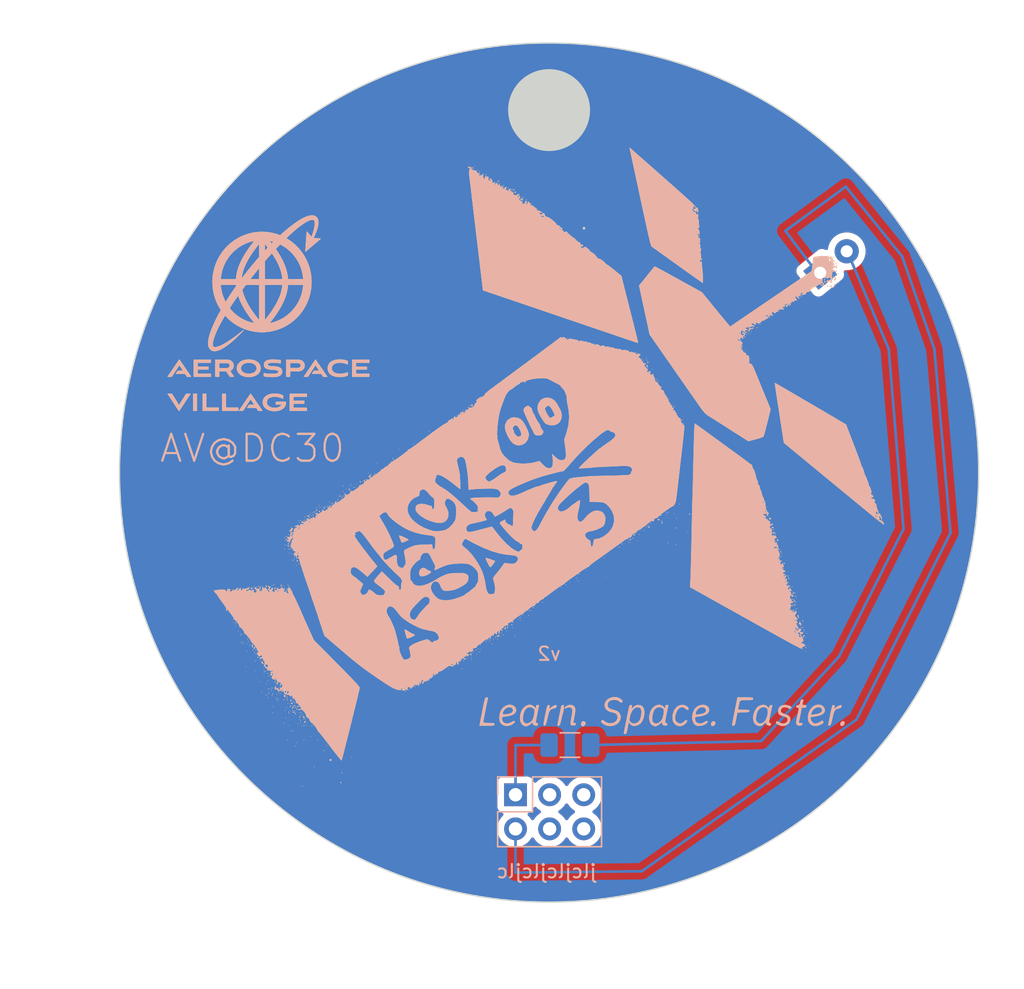
<source format=kicad_pcb>
(kicad_pcb (version 20220621) (generator pcbnew)
  (layers (0 "F.Cu" signal) (31 "B.Cu" signal) (34 "B.Paste" user) (35 "F.Paste" user) (36 "B.SilkS" user "B.Silkscreen") (37 "F.SilkS" user "F.Silkscreen") (38 "B.Mask" user) (39 "F.Mask" user) (44 "Edge.Cuts" user))
  (net 0 "")
  (footprint "LED_THT:LED_D5.0mm" (layer "F.Cu") (at 180.195935 85.116327 39)
    (fp_text reference "REF**" hide)
    (fp_text value "LED_D5.0mm")
    (pad "1" thru_hole rect (at 0 0 39) (size 1.8 1.8) (drill 0.9) (layers *.Cu *.Mask))
    (pad "2" thru_hole circle (at 2.54 0 39) (size 1.8 1.8) (drill 0.9) (layers *.Cu *.Mask))
  )
  (footprint "LOGO" (layer "F.Cu") (at 160 100)
    (fp_text reference "G***" hide)
    (fp_text value "Back Logo" hide)
  )
  (footprint "LOGO" (layer "F.Cu") (at 160 100)
    (fp_text reference "G***" hide)
    (fp_text value "LOGO" hide)
  )
  (footprint "Connector_PinHeader_2.54mm:PinHeader_2x03_P2.54mm_Vertical" (layer "B.Cu") (at 157.5 124 -90)
    (fp_text reference "REF**" hide)
    (fp_text value "PinHeader_2x03_P2.54mm_Vertical")
    (pad "1" thru_hole rect (at 0 0 270) (size 1.7 1.7) (drill 1) (layers *.Cu *.Mask))
    (pad "2" thru_hole oval (at 2.54 0 270) (size 1.7 1.7) (drill 1) (layers *.Cu *.Mask))
    (pad "3" thru_hole oval (at 0 -2.54 270) (size 1.7 1.7) (drill 1) (layers *.Cu *.Mask))
    (pad "4" thru_hole oval (at 2.54 -2.54 270) (size 1.7 1.7) (drill 1) (layers *.Cu *.Mask))
    (pad "5" thru_hole oval (at 0 -5.08 270) (size 1.7 1.7) (drill 1) (layers *.Cu *.Mask))
    (pad "6" thru_hole oval (at 2.54 -5.08 270) (size 1.7 1.7) (drill 1) (layers *.Cu *.Mask))
  )
  (footprint "Resistor_SMD:R_1206_3216Metric_Pad1.30x1.75mm_HandSolder" (layer "B.Cu") (at 161.55 120.3)
    (fp_text reference "REF**" hide)
    (fp_text value "R_1206_3216Metric_Pad1.30x1.75mm_HandSolder")
    (pad "1" smd roundrect (at -1.55 0) (size 1.3 1.75) (layers "B.Cu" "B.Paste" "B.Mask") (roundrect_rratio 0.1923076923))
    (pad "2" smd roundrect (at 1.55 0) (size 1.3 1.75) (layers "B.Cu" "B.Paste" "B.Mask") (roundrect_rratio 0.1923076923))
  )
  (gr_line (start 175.8 120) (end 181.6 113.7) (stroke (width 0.2)) (layer "B.Cu"))
  (gr_line (start 182.9 118.4) (end 166.9 129.7) (stroke (width 0.2)) (layer "B.Cu"))
  (gr_line (start 185.3 90.8) (end 182.2 83.5) (stroke (width 0.2)) (layer "B.Cu"))
  (gr_line (start 186.4 104.2) (end 185.3 90.8) (stroke (width 0.2)) (layer "B.Cu"))
  (gr_line (start 189.9 104.5) (end 188.7 90.8) (stroke (width 0.2)) (layer "B.Cu"))
  (gr_line (start 188.7 90.8) (end 186.3 83.9) (stroke (width 0.2)) (layer "B.Cu"))
  (gr_line (start 163.1 120.3) (end 175.8 120) (stroke (width 0.2)) (layer "B.Cu"))
  (gr_line (start 157.5 129.8) (end 157.5 126.5) (stroke (width 0.2)) (layer "B.Cu"))
  (gr_line (start 177.6 82) (end 180.1 85.3) (stroke (width 0.2)) (layer "B.Cu"))
  (gr_line (start 157.5 124) (end 157.5 120.3) (stroke (width 0.2)) (layer "B.Cu"))
  (gr_line (start 181.6 113.7) (end 186.4 104.2) (stroke (width 0.2)) (layer "B.Cu"))
  (gr_line (start 182.9 118.4) (end 189.9 104.5) (stroke (width 0.2)) (layer "B.Cu"))
  (gr_line (start 186.3 83.9) (end 182.1 78.7) (stroke (width 0.2)) (layer "B.Cu"))
  (gr_line (start 157.5 120.3) (end 160.1 120.3) (stroke (width 0.2)) (layer "B.Cu"))
  (gr_line (start 166.9 129.7) (end 157.5 129.8) (stroke (width 0.2)) (layer "B.Cu"))
  (gr_line (start 182.1 78.7) (end 177.6 82) (stroke (width 0.2)) (layer "B.Cu"))
  (gr_poly (pts (xy 139.482655 91.580479) (xy 139.529558 91.58171) (xy 139.575614 91.583667) (xy 139.620631 91.586273) (xy 139.706787 91.593125) (xy 139.786496 91.601648) (xy 139.858231 91.611225) (xy 139.920462 91.62124) (xy 139.971661 91.631074) (xy 140.0103 91.640112) (xy 139.997865 91.867654) (xy 139.952697 91.855729) (xy 139.90178 91.84454) (xy 139.845195 91.834349) (xy 139.783024 91.82542) (xy 139.715345 91.818016) (xy 139.64224 91.812401) (xy 139.56379 91.808839) (xy 139.480075 91.807593) (xy 139.438827 91.807905) (xy 139.397853 91.808913) (xy 139.357482 91.81072) (xy 139.318043 91.813435) (xy 139.279866 91.817161) (xy 139.24328 91.822006) (xy 139.208615 91.828075) (xy 139.192106 91.831602) (xy 139.176201 91.835474) (xy 139.16094 91.839705) (xy 139.146366 91.844308) (xy 139.132519 91.849296) (xy 139.11944 91.854683) (xy 139.107171 91.860482) (xy 139.095753 91.866706) (xy 139.085227 91.873368) (xy 139.075634 91.880482) (xy 139.067015 91.88806) (xy 139.059412 91.896116) (xy 139.052866 91.904664) (xy 139.047417 91.913715) (xy 139.043108 91.923285) (xy 139.039979 91.933385) (xy 139.038071 91.944029) (xy 139.037426 91.955231) (xy 139.037428 91.955231) (xy 139.040513 91.977959) (xy 139.049506 91.997559) (xy 139.064014 92.014302) (xy 139.083641 92.02846) (xy 139.107995 92.040305) (xy 139.136682 92.050106) (xy 139.169306 92.058137) (xy 139.205476 92.064669) (xy 139.286872 92.07432) (xy 139.377719 92.081232) (xy 139.575161 92.095526) (xy 139.675453 92.107252) (xy 139.77259 92.124926) (xy 139.818991 92.136672) (xy 139.863422 92.15072) (xy 139.905488 92.167341) (xy 139.944796 92.186807) (xy 139.980952 92.209389) (xy 140.013562 92.235359) (xy 140.042232 92.264987) (xy 140.066568 92.298546) (xy 140.086176 92.336307) (xy 140.100663 92.378542) (xy 140.109634 92.425522) (xy 140.112695 92.477518) (xy 140.111615 92.509262) (xy 140.108425 92.539334) (xy 140.103195 92.567778) (xy 140.095999 92.594639) (xy 140.086906 92.619959) (xy 140.075991 92.643781) (xy 140.063323 92.66615) (xy 140.048976 92.68711) (xy 140.03302 92.706702) (xy 140.015529 92.724971) (xy 139.996573 92.741961) (xy 139.976224 92.757715) (xy 139.954555 92.772276) (xy 139.931637 92.785688) (xy 139.882342 92.80924) (xy 139.828914 92.828717) (xy 139.771928 92.844467) (xy 139.711958 92.85684) (xy 139.649579 92.866183) (xy 139.585367 92.872844) (xy 139.519895 92.87717) (xy 139.453739 92.879511) (xy 139.387473 92.880214) (xy 139.305787 92.879298) (xy 139.222687 92.876605) (xy 139.139116 92.872219) (xy 139.056016 92.866224) (xy 138.97433 92.858704) (xy 138.895 92.849741) (xy 138.81897 92.839421) (xy 138.747181 92.827826) (xy 138.757235 92.600285) (xy 138.83083 92.61265) (xy 138.903678 92.623357) (xy 138.976221 92.632408) (xy 139.048905 92.639807) (xy 139.122171 92.645556) (xy 139.196463 92.649659) (xy 139.272226 92.652118) (xy 139.349901 92.652937) (xy 139.398321 92.652565) (xy 139.445845 92.651377) (xy 139.492165 92.649264) (xy 139.536974 92.646116) (xy 139.579964 92.641823) (xy 139.620829 92.636277) (xy 139.65926 92.629369) (xy 139.677467 92.62537) (xy 139.694951 92.620988) (xy 139.711673 92.616212) (xy 139.727594 92.611027) (xy 139.742676 92.605419) (xy 139.756882 92.599374) (xy 139.770171 92.59288) (xy 139.782507 92.585922) (xy 139.79385 92.578487) (xy 139.804162 92.570561) (xy 139.813405 92.56213) (xy 139.82154 92.553181) (xy 139.828529 92.5437) (xy 139.834333 92.533673) (xy 139.838914 92.523087) (xy 139.842234 92.511928) (xy 139.844255 92.500183) (xy 139.844937 92.487837) (xy 139.841845 92.463095) (xy 139.832834 92.441666) (xy 139.818298 92.423273) (xy 139.798631 92.40764) (xy 139.774229 92.394489) (xy 139.745486 92.383543) (xy 139.712796 92.374525) (xy 139.676554 92.367158) (xy 139.594994 92.356269) (xy 139.503962 92.348659) (xy 139.306112 92.334412) (xy 139.205609 92.323341) (xy 139.108262 92.306683) (xy 139.06176 92.295566) (xy 139.017231 92.282221) (xy 138.975069 92.266372) (xy 138.93567 92.24774) (xy 138.899429 92.226049) (xy 138.866739 92.201022) (xy 138.837995 92.172382) (xy 138.813593 92.139852) (xy 138.793926 92.103154) (xy 138.77939 92.062011) (xy 138.770379 92.016147) (xy 138.767288 91.965285) (xy 138.768401 91.934243) (xy 138.771683 91.904886) (xy 138.777043 91.877168) (xy 138.784393 91.851042) (xy 138.793642 91.826463) (xy 138.804702 91.803384) (xy 138.817483 91.781761) (xy 138.831896 91.761547) (xy 138.847851 91.742697) (xy 138.86526 91.725165) (xy 138.884032 91.708904) (xy 138.904079 91.693869) (xy 138.925312 91.680014) (xy 138.94764 91.667294) (xy 138.995226 91.645073) (xy 139.046124 91.626839) (xy 139.099619 91.612226) (xy 139.154996 91.600867) (xy 139.21154 91.592396) (xy 139.268536 91.586445) (xy 139.325271 91.582649) (xy 139.381029 91.58064) (xy 139.435096 91.580052)) (stroke (width 0.02)) (fill solid) (layer "B.SilkS"))
  (gr_poly (pts (xy 137.629314 91.580052) (xy 137.674975 91.58076) (xy 137.719995 91.582876) (xy 137.764321 91.586385) (xy 137.8079 91.591273) (xy 137.85068 91.597525) (xy 137.892607 91.605128) (xy 137.933628 91.614067) (xy 137.97369 91.624328) (xy 138.01274 91.635897) (xy 138.050725 91.648759) (xy 138.087593 91.6629) (xy 138.123289 91.678306) (xy 138.157761 91.694963) (xy 138.190955 91.712856) (xy 138.22282 91.731972) (xy 138.253301 91.752295) (xy 138.282346 91.773813) (xy 138.309901 91.796509) (xy 138.335914 91.820371) (xy 138.360331 91.845384) (xy 138.3831 91.871534) (xy 138.404168 91.898806) (xy 138.42348 91.927187) (xy 138.440985 91.956661) (xy 138.45663 91.987215) (xy 138.47036 92.018835) (xy 138.482124 92.051506) (xy 138.491868 92.085215) (xy 138.499538 92.119946) (xy 138.505083 92.155685) (xy 138.508449 92.192419) (xy 138.509583 92.230133) (xy 138.508448 92.267404) (xy 138.50508 92.303752) (xy 138.499532 92.339159) (xy 138.491857 92.373608) (xy 138.482107 92.407082) (xy 138.470337 92.439564) (xy 138.4566 92.471037) (xy 138.440948 92.501484) (xy 138.423435 92.530888) (xy 138.404114 92.559232) (xy 138.383039 92.586499) (xy 138.360262 92.612672) (xy 138.335836 92.637734) (xy 138.309815 92.661669) (xy 138.282253 92.684458) (xy 138.253202 92.706085) (xy 138.190845 92.745786) (xy 138.123172 92.780634) (xy 138.050608 92.810494) (xy 137.973578 92.835231) (xy 137.892509 92.854707) (xy 137.807824 92.868787) (xy 137.719951 92.877335) (xy 137.629314 92.880214) (xy 137.583887 92.879492) (xy 137.53907 92.877337) (xy 137.494919 92.873767) (xy 137.451488 92.868798) (xy 137.408832 92.862446) (xy 137.367004 92.85473) (xy 137.326061 92.845665) (xy 137.286055 92.835268) (xy 137.247042 92.823557) (xy 137.209076 92.810548) (xy 137.172211 92.796258) (xy 137.136503 92.780704) (xy 137.102005 92.763903) (xy 137.068772 92.745871) (xy 137.036859 92.726626) (xy 137.00632 92.706184) (xy 136.97721 92.684563) (xy 136.949582 92.661779) (xy 136.923493 92.637848) (xy 136.898995 92.612789) (xy 136.876144 92.586617) (xy 136.854994 92.559349) (xy 136.8356 92.531003) (xy 136.818016 92.501595) (xy 136.802296 92.471143) (xy 136.788495 92.439662) (xy 136.776669 92.40717) (xy 136.76687 92.373684) (xy 136.759154 92.33922) (xy 136.753575 92.303796) (xy 136.750187 92.267428) (xy 136.749054 92.230397) (xy 137.041675 92.230397) (xy 137.042396 92.253805) (xy 137.044539 92.276643) (xy 137.048077 92.2989) (xy 137.05298 92.320565) (xy 137.059221 92.341626) (xy 137.066771 92.362073) (xy 137.075601 92.381892) (xy 137.085683 92.401074) (xy 137.096988 92.419607) (xy 137.109489 92.43748) (xy 137.123156 92.45468) (xy 137.137962 92.471197) (xy 137.153878 92.487019) (xy 137.170874 92.502135) (xy 137.188924 92.516534) (xy 137.207999 92.530203) (xy 137.249107 92.555311) (xy 137.293972 92.577366) (xy 137.342366 92.596278) (xy 137.394063 92.611956) (xy 137.448833 92.624308) (xy 137.50645 92.633244) (xy 137.566686 92.638672) (xy 137.629314 92.640502) (xy 137.660913 92.640042) (xy 137.691942 92.638672) (xy 137.722374 92.636402) (xy 137.752179 92.633244) (xy 137.781329 92.629209) (xy 137.809796 92.624308) (xy 137.837551 92.618553) (xy 137.864566 92.611956) (xy 137.890813 92.604527) (xy 137.916262 92.596278) (xy 137.940886 92.587221) (xy 137.964657 92.577366) (xy 137.987544 92.566726) (xy 138.009522 92.555311) (xy 138.03056 92.543133) (xy 138.05063 92.530203) (xy 138.069704 92.516534) (xy 138.087754 92.502135) (xy 138.104751 92.487019) (xy 138.120666 92.471197) (xy 138.135472 92.45468) (xy 138.14914 92.43748) (xy 138.16164 92.419607) (xy 138.172946 92.401074) (xy 138.183028 92.381892) (xy 138.191858 92.362073) (xy 138.199408 92.341626) (xy 138.205648 92.320565) (xy 138.210552 92.2989) (xy 138.214089 92.276643) (xy 138.216233 92.253805) (xy 138.216953 92.230397) (xy 138.216233 92.206571) (xy 138.214089 92.183367) (xy 138.210552 92.160795) (xy 138.205648 92.138863) (xy 138.199408 92.117579) (xy 138.191858 92.096954) (xy 138.183028 92.076995) (xy 138.172946 92.057711) (xy 138.16164 92.039112) (xy 138.14914 92.021205) (xy 138.135472 92.004) (xy 138.120666 91.987505) (xy 138.104751 91.97173) (xy 138.087754 91.956682) (xy 138.069704 91.942371) (xy 138.05063 91.928806) (xy 138.009522 91.903946) (xy 137.964657 91.882173) (xy 137.916262 91.863558) (xy 137.864566 91.84817) (xy 137.809796 91.836079) (xy 137.752179 91.827356) (xy 137.691942 91.822071) (xy 137.629314 91.820293) (xy 137.597715 91.820739) (xy 137.566686 91.822071) (xy 137.536255 91.824279) (xy 137.50645 91.827356) (xy 137.4773 91.831292) (xy 137.448833 91.836079) (xy 137.421078 91.841708) (xy 137.394063 91.84817) (xy 137.367816 91.855456) (xy 137.342366 91.863558) (xy 137.317742 91.872467) (xy 137.293972 91.882173) (xy 137.271084 91.892669) (xy 137.249107 91.903946) (xy 137.228069 91.915994) (xy 137.207999 91.928806) (xy 137.188924 91.942371) (xy 137.170874 91.956682) (xy 137.153878 91.97173) (xy 137.137962 91.987505) (xy 137.123156 92.004) (xy 137.109489 92.021205) (xy 137.096988 92.039112) (xy 137.085683 92.057711) (xy 137.075601 92.076995) (xy 137.066771 92.096954) (xy 137.059221 92.117579) (xy 137.05298 92.138863) (xy 137.048077 92.160795) (xy 137.044539 92.183367) (xy 137.042396 92.206571) (xy 137.041675 92.230397) (xy 136.749054 92.230397) (xy 136.749046 92.230133) (xy 136.750187 92.192419) (xy 136.753575 92.155685) (xy 136.759154 92.119946) (xy 136.76687 92.085215) (xy 136.776669 92.051506) (xy 136.788495 92.018835) (xy 136.802296 91.987215) (xy 136.818016 91.956661) (xy 136.8356 91.927187) (xy 136.854994 91.898806) (xy 136.876144 91.871534) (xy 136.898995 91.845384) (xy 136.923493 91.820371) (xy 136.949582 91.796509) (xy 136.97721 91.773813) (xy 137.00632 91.752295) (xy 137.068772 91.712856) (xy 137.136503 91.678306) (xy 137.209076 91.648759) (xy 137.286055 91.624328) (xy 137.367004 91.605128) (xy 137.451488 91.591273) (xy 137.53907 91.582876) (xy 137.629314 91.580052)) (stroke (width 0.02)) (fill solid) (layer "B.SilkS"))
  (gr_poly (pts (xy 138.421742 84.72156) (xy 138.242151 84.942062) (xy 138.064181 85.163913) (xy 137.887689 85.386952) (xy 137.712548 85.610999) (xy 137.076621 85.610999) (xy 137.077143 85.606336) (xy 137.153471 85.503001) (xy 137.230084 85.399866) (xy 137.518796 85.028661) (xy 137.665411 84.844781) (xy 137.813554 84.662097) (xy 137.963242 84.480645) (xy 138.114492 84.300461) (xy 138.26732 84.121579) (xy 138.421742 83.944037)) (stroke (width 0.04)) (fill solid) (layer "B.SilkS"))
  (gr_poly (pts (xy 135.571551 87.897503) (xy 135.593509 87.929974) (xy 135.618073 87.965488) (xy 135.643033 88.000696) (xy 135.668422 88.03557) (xy 135.695092 88.071246) (xy 135.722176 88.106582) (xy 135.749668 88.141578) (xy 135.777563 88.176233) (xy 135.798978 88.202087) (xy 135.820727 88.22764) (xy 135.842701 88.252993) (xy 135.864793 88.278243) (xy 135.847915 88.306121) (xy 135.830831 88.333893) (xy 135.813805 88.361694) (xy 135.797097 88.389657) (xy 135.662536 88.623752) (xy 135.531048 88.859044) (xy 135.46717 88.977385) (xy 135.404917 89.096321) (xy 135.344575 89.215949) (xy 135.28643 89.336369) (xy 135.230615 89.457088) (xy 135.17685 89.578919) (xy 135.125988 89.701531) (xy 135.078885 89.824597) (xy 135.036396 89.947787) (xy 135.017149 90.009325) (xy 134.999376 90.070771) (xy 134.983183 90.132084) (xy 134.968678 90.193222) (xy 134.955968 90.254145) (xy 134.945159 90.31481) (xy 134.941925 90.344275) (xy 134.939423 90.373432) (xy 134.93774 90.402127) (xy 134.936963 90.430207) (xy 134.937178 90.457517) (xy 134.937685 90.470836) (xy 134.938472 90.483905) (xy 134.939551 90.496705) (xy 134.940931 90.509217) (xy 134.942625 90.521421) (xy 134.944642 90.533299) (xy 134.947392 90.544733) (xy 134.950295 90.555443) (xy 134.953369 90.56546) (xy 134.956632 90.574817) (xy 134.960103 90.583544) (xy 134.963799 90.591674) (xy 134.965737 90.595524) (xy 134.967738 90.599238) (xy 134.969804 90.602817) (xy 134.971938 90.606268) (xy 134.974141 90.609592) (xy 134.976417 90.612795) (xy 134.978766 90.615881) (xy 134.981193 90.618853) (xy 134.983698 90.621715) (xy 134.986284 90.624471) (xy 134.988953 90.627126) (xy 134.991708 90.629682) (xy 134.99455 90.632145) (xy 134.997483 90.634518) (xy 135.000507 90.636805) (xy 135.003626 90.63901) (xy 135.010157 90.64319) (xy 135.017092 90.64709) (xy 135.024906 90.650861) (xy 135.033435 90.654234) (xy 135.04264 90.657212) (xy 135.052479 90.659792) (xy 135.06291 90.661976) (xy 135.073893 90.663763) (xy 135.085386 90.665153) (xy 135.097348 90.666146) (xy 135.109738 90.666743) (xy 135.122515 90.666943) (xy 135.135637 90.666745) (xy 135.149063 90.666151) (xy 135.162753 90.665159) (xy 135.176664 90.663771) (xy 135.190756 90.661985) (xy 135.204988 90.659802) (xy 135.233771 90.654659) (xy 135.262928 90.648413) (xy 135.29239 90.641151) (xy 135.322093 90.63296) (xy 135.351969 90.623925) (xy 135.381953 90.614134) (xy 135.411977 90.603671) (xy 135.441976 90.592623) (xy 135.502217 90.568041) (xy 135.562099 90.541793) (xy 135.621631 90.513986) (xy 135.680826 90.484729) (xy 135.739693 90.454128) (xy 135.798243 90.422293) (xy 135.914435 90.35535) (xy 136.029486 90.28476) (xy 136.14348 90.211386) (xy 136.256502 90.136091) (xy 136.368638 90.059736) (xy 136.479616 89.980694) (xy 136.589916 89.900382) (xy 136.699557 89.818878) (xy 136.808559 89.736256) (xy 137.024722 89.567962) (xy 137.238559 89.396107) (xy 137.144631 89.496345) (xy 137.049699 89.595754) (xy 136.953653 89.694196) (xy 136.856378 89.791535) (xy 136.757765 89.887634) (xy 136.6577 89.982355) (xy 136.556071 90.075562) (xy 136.452767 90.167119) (xy 136.400723 90.212553) (xy 136.348158 90.257541) (xy 136.295048 90.302033) (xy 136.241367 90.34598) (xy 136.187091 90.389331) (xy 136.132195 90.432037) (xy 136.076653 90.474048) (xy 136.020442 90.515315) (xy 135.963593 90.556097) (xy 135.906069 90.596196) (xy 135.847739 90.635478) (xy 135.788473 90.673805) (xy 135.72814 90.71104) (xy 135.66661 90.747047) (xy 135.603753 90.78169) (xy 135.539438 90.814832) (xy 135.506505 90.830535) (xy 135.473124 90.845798) (xy 135.439197 90.860479) (xy 135.404624 90.874435) (xy 135.369308 90.887523) (xy 135.333148 90.8996) (xy 135.296047 90.910523) (xy 135.277112 90.915507) (xy 135.257905 90.920149) (xy 135.219018 90.92827) (xy 135.178591 90.935108) (xy 135.157815 90.937831) (xy 135.136674 90.939976) (xy 135.115172 90.941455) (xy 135.093317 90.942183) (xy 135.071115 90.942074) (xy 135.048572 90.941042) (xy 135.025694 90.939001) (xy 135.002488 90.935864) (xy 134.978959 90.931545) (xy 134.955115 90.925959) (xy 134.930962 90.91902) (xy 134.906505 90.91064) (xy 134.894474 90.905677) (xy 134.882585 90.900313) (xy 134.870833 90.89455) (xy 134.859211 90.88839) (xy 134.847713 90.881832) (xy 134.836332 90.874879) (xy 134.825064 90.867531) (xy 134.813901 90.85979) (xy 134.803834 90.851288) (xy 134.793882 90.842481) (xy 134.784055 90.833413) (xy 134.774366 90.824127) (xy 134.764826 90.814667) (xy 134.755446 90.805078) (xy 134.746238 90.795403) (xy 134.737213 90.785686) (xy 134.722963 90.764479) (xy 134.715924 90.753762) (xy 134.708995 90.742985) (xy 134.702216 90.732158) (xy 134.695624 90.721292) (xy 134.689258 90.710399) (xy 134.683159 90.69949) (xy 134.678647 90.688726) (xy 134.674232 90.677876) (xy 134.665666 90.655962) (xy 134.657397 90.63385) (xy 134.649363 90.61164) (xy 134.643856 90.590015) (xy 134.639018 90.568593) (xy 134.634812 90.547366) (xy 134.631204 90.526327) (xy 134.628156 90.505467) (xy 134.625632 90.48478) (xy 134.623596 90.464257) (xy 134.622012 90.44389) (xy 134.620053 90.403595) (xy 134.619467 90.363834) (xy 134.619963 90.324545) (xy 134.621251 90.285665) (xy 134.62816 90.209991) (xy 134.63763 90.135682) (xy 134.649443 90.062615) (xy 134.663384 89.990665) (xy 134.679234 89.919707) (xy 134.696778 89.849616) (xy 134.715797 89.780269) (xy 134.736076 89.71154) (xy 134.757268 89.643412) (xy 134.779504 89.575908) (xy 134.802683 89.508959) (xy 134.826706 89.442498) (xy 134.851473 89.376459) (xy 134.876885 89.310775) (xy 134.929242 89.180203) (xy 134.999775 89.01371) (xy 135.073519 88.849138) (xy 135.150222 88.686345) (xy 135.229633 88.525192) (xy 135.3115 88.365539) (xy 135.395569 88.207247) (xy 135.481589 88.050175) (xy 135.569269 87.894251)) (stroke (width 0.04)) (fill solid) (layer "B.SilkS"))
  (gr_poly (pts (xy 143.474224 92.855608) (xy 143.169159 92.855608) (xy 143.02893 92.642883) (xy 142.343131 92.642883) (xy 142.489444 92.420368) (xy 142.883939 92.420368) (xy 142.604009 91.992802) (xy 142.03886 92.855608) (xy 141.73353 92.855608) (xy 142.604009 91.580052)) (stroke (width 0.02)) (fill solid) (layer "B.SilkS"))
  (gr_poly (pts (xy 144.463934 91.580228) (xy 144.504745 91.581553) (xy 144.544689 91.583765) (xy 144.5838 91.586869) (xy 144.622109 91.590867) (xy 144.659649 91.595763) (xy 144.696452 91.60156) (xy 144.73255 91.608263) (xy 144.767975 91.615874) (xy 144.802759 91.624397) (xy 144.836935 91.633835) (xy 144.870534 91.644192) (xy 144.90359 91.655472) (xy 144.936133 91.667678) (xy 144.968197 91.680813) (xy 144.999812 91.694881) (xy 144.999812 91.952585) (xy 144.975895 91.939123) (xy 144.950206 91.925973) (xy 144.922787 91.913212) (xy 144.893677 91.900917) (xy 144.862916 91.889164) (xy 144.830543 91.878031) (xy 144.7966 91.867594) (xy 144.761125 91.85793) (xy 144.724158 91.849116) (xy 144.685741 91.841227) (xy 144.645911 91.834342) (xy 144.60471 91.828537) (xy 144.562178 91.823888) (xy 144.518353 91.820472) (xy 144.473277 91.818366) (xy 144.426988 91.817647) (xy 144.391113 91.8181) (xy 144.356174 91.819452) (xy 144.322183 91.821692) (xy 144.289155 91.824812) (xy 144.257103 91.828802) (xy 144.226039 91.833653) (xy 144.195978 91.839354) (xy 144.166933 91.845896) (xy 144.138916 91.853269) (xy 144.111942 91.861464) (xy 144.086024 91.870471) (xy 144.061175 91.880281) (xy 144.037407 91.890883) (xy 144.014736 91.902269) (xy 143.993173 91.914428) (xy 143.972733 91.92735) (xy 143.953428 91.941027) (xy 143.935273 91.955449) (xy 143.918279 91.970605) (xy 143.902461 91.986487) (xy 143.887832 92.003085) (xy 143.874405 92.020388) (xy 143.862193 92.038388) (xy 143.851211 92.057075) (xy 143.84147 92.076438) (xy 143.832985 92.09647) (xy 143.825769 92.117158) (xy 143.819835 92.138496) (xy 143.815197 92.160471) (xy 143.811867 92.183076) (xy 143.80986 92.206299) (xy 143.809187 92.230133) (xy 143.809852 92.25399) (xy 143.81184 92.277237) (xy 143.81514 92.299862) (xy 143.819741 92.321857) (xy 143.825634 92.343213) (xy 143.832808 92.363919) (xy 143.841251 92.383966) (xy 143.850954 92.403344) (xy 143.861907 92.422044) (xy 143.874098 92.440056) (xy 143.887517 92.457371) (xy 143.902154 92.473978) (xy 143.917998 92.489869) (xy 143.935038 92.505034) (xy 143.953265 92.519463) (xy 143.972667 92.533147) (xy 144.014956 92.558239) (xy 144.061821 92.580235) (xy 144.113177 92.599058) (xy 144.168942 92.61463) (xy 144.229031 92.626876) (xy 144.293359 92.635717) (xy 144.361843 92.641079) (xy 144.434398 92.642883) (xy 144.478664 92.642249) (xy 144.522285 92.640396) (xy 144.565145 92.637392) (xy 144.607125 92.633308) (xy 144.648108 92.628213) (xy 144.687977 92.622177) (xy 144.726615 92.61527) (xy 144.763903 92.607561) (xy 144.799725 92.59912) (xy 144.833962 92.590018) (xy 144.866499 92.580323) (xy 144.897216 92.570106) (xy 144.925997 92.559436) (xy 144.952724 92.548383) (xy 144.97728 92.537017) (xy 144.999547 92.525408) (xy 144.999547 92.768295) (xy 144.967905 92.781897) (xy 144.93577 92.794625) (xy 144.903121 92.806477) (xy 144.869934 92.817454) (xy 144.83619 92.827555) (xy 144.801866 92.836779) (xy 144.766941 92.845127) (xy 144.731392 92.852598) (xy 144.695198 92.859191) (xy 144.658338 92.864907) (xy 144.620789 92.869744) (xy 144.58253 92.873703) (xy 144.54354 92.876782) (xy 144.503796 92.878983) (xy 144.463278 92.880303) (xy 144.421962 92.880743) (xy 144.370318 92.880063) (xy 144.319928 92.878029) (xy 144.270817 92.87465) (xy 144.223012 92.869934) (xy 144.176538 92.86389) (xy 144.131419 92.856527) (xy 144.08768 92.847853) (xy 144.045348 92.837877) (xy 144.004447 92.826607) (xy 143.965003 92.814053) (xy 143.92704 92.800223) (xy 143.890585 92.785126) (xy 143.855661 92.76877) (xy 143.822296 92.751164) (xy 143.790513 92.732317) (xy 143.760338 92.712237) (xy 143.731796 92.690933) (xy 143.704913 92.668414) (xy 143.679713 92.644688) (xy 143.656222 92.619764) (xy 143.634466 92.593651) (xy 143.614469 92.566358) (xy 143.596257 92.537892) (xy 143.579854 92.508264) (xy 143.565287 92.47748) (xy 143.55258 92.445551) (xy 143.541759 92.412485) (xy 143.532849 92.37829) (xy 143.525875 92.342975) (xy 143.520862 92.306549) (xy 143.517836 92.26902) (xy 143.516821 92.230397) (xy 143.516823 92.230397) (xy 143.517837 92.191775) (xy 143.520864 92.154246) (xy 143.525876 92.11782) (xy 143.532851 92.082505) (xy 143.541762 92.048309) (xy 143.552584 92.015242) (xy 143.565291 91.983312) (xy 143.57986 91.952527) (xy 143.596264 91.922896) (xy 143.614478 91.894429) (xy 143.634478 91.867133) (xy 143.656237 91.841016) (xy 143.679732 91.816089) (xy 143.704936 91.792359) (xy 143.731824 91.769835) (xy 143.760371 91.748525) (xy 143.790553 91.728438) (xy 143.822343 91.709584) (xy 143.855717 91.69197) (xy 143.89065 91.675604) (xy 143.965089 91.646656) (xy 144.04546 91.622807) (xy 144.13156 91.604126) (xy 144.223189 91.590683) (xy 144.320145 91.582547) (xy 144.422226 91.579787)) (stroke (width 0.02)) (fill solid) (layer "B.SilkS"))
  (gr_poly (pts (xy 141.326367 91.600826) (xy 141.358169 91.602793) (xy 141.388686 91.606011) (xy 141.417934 91.610432) (xy 141.44593 91.616007) (xy 141.47269 91.622688) (xy 141.49823 91.630427) (xy 141.522568 91.639174) (xy 141.545718 91.648881) (xy 141.567698 91.659499) (xy 141.588525 91.67098) (xy 141.608213 91.683276) (xy 141.62678 91.696337) (xy 141.644243 91.710115) (xy 141.660617 91.724562) (xy 141.675919 91.739628) (xy 141.690165 91.755266) (xy 141.703371 91.771427) (xy 141.715555 91.788061) (xy 141.726732 91.805122) (xy 141.736919 91.822559) (xy 141.746132 91.840324) (xy 141.754387 91.858369) (xy 141.761701 91.876645) (xy 141.768091 91.895104) (xy 141.773572 91.913697) (xy 141.778161 91.932375) (xy 141.781875 91.95109) (xy 141.78674 91.988436) (xy 141.7883 92.025345) (xy 141.786696 92.062282) (xy 141.781798 92.099703) (xy 141.773473 92.137213) (xy 141.761589 92.174417) (xy 141.746014 92.210919) (xy 141.736801 92.228783) (xy 141.726615 92.246323) (xy 141.715441 92.263489) (xy 141.703261 92.280232) (xy 141.690059 92.296504) (xy 141.675819 92.312253) (xy 141.660523 92.327431) (xy 141.644157 92.341988) (xy 141.626702 92.355875) (xy 141.608142 92.369043) (xy 141.588462 92.381441) (xy 141.567644 92.393021) (xy 141.545672 92.403732) (xy 141.52253 92.413526) (xy 141.4982 92.422353) (xy 141.472666 92.430164) (xy 141.445913 92.436909) (xy 141.417923 92.442538) (xy 141.388679 92.447002) (xy 141.358166 92.450253) (xy 141.326366 92.452239) (xy 141.293264 92.452912) (xy 140.702979 92.452912) (xy 140.702979 92.855608) (xy 140.430458 92.855608) (xy 140.430458 92.215316) (xy 140.703243 92.215316) (xy 141.235848 92.215316) (xy 141.256179 92.215012) (xy 141.275465 92.214116) (xy 141.293734 92.21265) (xy 141.311012 92.210637) (xy 141.327325 92.2081) (xy 141.342698 92.205063) (xy 141.357158 92.201547) (xy 141.370732 92.197577) (xy 141.383444 92.193174) (xy 141.395322 92.188362) (xy 141.406392 92.183164) (xy 141.416679 92.177602) (xy 141.426209 92.1717) (xy 141.43501 92.16548) (xy 141.443106 92.158966) (xy 141.450524 92.15218) (xy 141.457291 92.145145) (xy 141.463431 92.137884) (xy 141.468972 92.13042) (xy 141.473939 92.122777) (xy 141.478359 92.114976) (xy 141.482258 92.10704) (xy 141.485661 92.098994) (xy 141.488595 92.090859) (xy 141.491087 92.082658) (xy 141.493161 92.074415) (xy 141.496164 92.057893) (xy 141.497812 92.041475) (xy 141.498315 92.025345) (xy 141.497812 92.009635) (xy 141.496164 91.993584) (xy 141.493161 91.97738) (xy 141.488595 91.961209) (xy 141.482258 91.945258) (xy 141.473939 91.929714) (xy 141.468972 91.922153) (xy 141.463431 91.914764) (xy 141.457291 91.90757) (xy 141.450524 91.900594) (xy 141.443106 91.893861) (xy 141.43501 91.887392) (xy 141.426209 91.881212) (xy 141.416679 91.875344) (xy 141.406392 91.869811) (xy 141.395322 91.864637) (xy 141.383444 91.859845) (xy 141.370732 91.855458) (xy 141.357158 91.8515) (xy 141.342698 91.847993) (xy 141.327325 91.844963) (xy 141.311012 91.84243) (xy 141.293734 91.84042) (xy 141.275465 91.838956) (xy 141.256179 91.83806) (xy 141.235848 91.837756) (xy 140.703243 91.837756) (xy 140.703243 92.215316) (xy 140.430458 92.215316) (xy 140.430458 91.60016) (xy 141.293264 91.60016)) (stroke (width 0.02)) (fill solid) (layer "B.SilkS"))
  (gr_poly (pts (xy 137.342341 86.097057) (xy 137.271981 86.191783) (xy 137.202041 86.286805) (xy 137.132574 86.382055) (xy 137.131208 86.376512) (xy 137.097885 86.191986) (xy 137.097689 86.190721) (xy 137.097523 86.189522) (xy 137.076626 86.002619) (xy 137.413122 86.002619)) (stroke (width 0.04)) (fill solid) (layer "B.SilkS"))
  (gr_poly (pts (xy 142.341913 80.857851) (xy 142.35294 80.858041) (xy 142.364043 80.858394) (xy 142.375221 80.858915) (xy 142.386473 80.859608) (xy 142.397799 80.86048) (xy 142.409198 80.861535) (xy 142.420671 80.862778) (xy 142.432031 80.864101) (xy 142.443488 80.865723) (xy 142.455043 80.867692) (xy 142.466696 80.870058) (xy 142.478449 80.872871) (xy 142.490302 80.87618) (xy 142.496266 80.878035) (xy 142.502255 80.880034) (xy 142.508269 80.882181) (xy 142.514309 80.884482) (xy 142.560921 80.901432) (xy 142.566673 80.90448) (xy 142.572417 80.907656) (xy 142.578147 80.910944) (xy 142.583857 80.914324) (xy 142.589543 80.917779) (xy 142.595198 80.92129) (xy 142.606397 80.928407) (xy 142.617495 80.935498) (xy 142.628498 80.942643) (xy 142.633931 80.946312) (xy 142.639302 80.950086) (xy 142.644597 80.953995) (xy 142.649805 80.95807) (xy 142.686805 80.995587) (xy 142.691628 81.000211) (xy 142.69619 81.004952) (xy 142.700515 81.009798) (xy 142.704626 81.01474) (xy 142.708545 81.01977) (xy 142.712295 81.024878) (xy 142.715901 81.030054) (xy 142.719384 81.035289) (xy 142.726075 81.045898) (xy 142.732554 81.056631) (xy 142.739005 81.067411) (xy 142.745612 81.078166) (xy 142.756469 81.10014) (xy 142.766069 81.122005) (xy 142.774481 81.143749) (xy 142.781775 81.165363) (xy 142.788022 81.186837) (xy 142.79329 81.208161) (xy 142.79765 81.229324) (xy 142.801171 81.250318) (xy 142.803924 81.271132) (xy 142.805977 81.291757) (xy 142.807401 81.312182) (xy 142.808265 81.332397) (xy 142.808594 81.372158) (xy 142.807521 81.410962) (xy 142.805128 81.449367) (xy 142.801584 81.487211) (xy 142.796983 81.524525) (xy 142.791419 81.561338) (xy 142.784987 81.59768) (xy 142.777781 81.63358) (xy 142.769896 81.669068) (xy 142.761426 81.704174) (xy 142.730748 81.815178) (xy 142.696471 81.924072) (xy 142.658909 82.031031) (xy 142.618379 82.136228) (xy 142.575195 82.239838) (xy 142.529671 82.342034) (xy 142.482124 82.442991) (xy 142.432867 82.542882) (xy 142.980534 82.58102) (xy 141.855538 83.529799) (xy 141.960854 82.061878) (xy 142.307913 82.475703) (xy 142.345005 82.374533) (xy 142.380616 82.273068) (xy 142.414355 82.171367) (xy 142.44583 82.069485) (xy 142.474652 81.967479) (xy 142.500428 81.865405) (xy 142.522769 81.763321) (xy 142.541283 81.661283) (xy 142.54594 81.62917) (xy 142.549954 81.597167) (xy 142.553274 81.565336) (xy 142.555851 81.533741) (xy 142.557633 81.502443) (xy 142.558572 81.471506) (xy 142.558617 81.440991) (xy 142.557717 81.410962) (xy 142.556984 81.396224) (xy 142.555973 81.381605) (xy 142.55468 81.367149) (xy 142.553099 81.352898) (xy 142.551227 81.338897) (xy 142.549059 81.325187) (xy 142.54659 81.311813) (xy 142.543815 81.298818) (xy 142.54073 81.286244) (xy 142.537331 81.274135) (xy 142.533613 81.262534) (xy 142.52957 81.251484) (xy 142.5252 81.241029) (xy 142.520496 81.231211) (xy 142.515454 81.222074) (xy 142.510071 81.213661) (xy 142.504484 81.206141) (xy 142.498811 81.199239) (xy 142.493015 81.19293) (xy 142.487058 81.187189) (xy 142.480903 81.181991) (xy 142.474512 81.177309) (xy 142.467849 81.173118) (xy 142.460877 81.169393) (xy 142.453556 81.166108) (xy 142.445852 81.163239) (xy 142.437725 81.160758) (xy 142.429139 81.158641) (xy 142.420057 81.156863) (xy 142.410441 81.155397) (xy 142.400254 81.154219) (xy 142.389458 81.153303) (xy 142.378175 81.15308) (xy 142.366566 81.153207) (xy 142.354651 81.153686) (xy 142.342449 81.154519) (xy 142.329981 81.155708) (xy 142.317267 81.157256) (xy 142.304326 81.159166) (xy 142.29118 81.161439) (xy 142.277847 81.164078) (xy 142.264348 81.167085) (xy 142.250704 81.170463) (xy 142.236933 81.174214) (xy 142.223057 81.178339) (xy 142.209096 81.182842) (xy 142.195068 81.187725) (xy 142.180995 81.192991) (xy 142.1528 81.203221) (xy 142.124578 81.214242) (xy 142.096342 81.226012) (xy 142.068102 81.238491) (xy 142.01166 81.265416) (xy 141.955347 81.294696) (xy 141.899258 81.32601) (xy 141.843486 81.359037) (xy 141.788126 81.393456) (xy 141.733271 81.428945) (xy 141.678478 81.465301) (xy 141.624029 81.502498) (xy 141.569915 81.540478) (xy 141.516131 81.579185) (xy 141.46267 81.618562) (xy 141.409523 81.658551) (xy 141.356686 81.699096) (xy 141.30415 81.740141) (xy 141.200111 81.824184) (xy 141.097122 81.909941) (xy 140.995149 81.997286) (xy 140.894153 82.086096) (xy 140.794101 82.176245) (xy 140.694954 82.267609) (xy 140.596679 82.360063) (xy 140.499238 82.453482) (xy 140.486726 82.465422) (xy 140.474314 82.477473) (xy 140.449676 82.501781) (xy 140.425091 82.52615) (xy 140.400356 82.550297) (xy 140.522555 82.621443) (xy 140.671722 82.718281) (xy 140.815856 82.822083) (xy 140.954728 82.932614) (xy 141.088107 83.04964) (xy 141.215763 83.17293) (xy 141.337466 83.302248) (xy 141.452986 83.437362) (xy 141.562092 83.578038) (xy 141.664554 83.724043) (xy 141.760143 83.875144) (xy 141.848627 84.031106) (xy 141.929777 84.191697) (xy 142.003362 84.356684) (xy 142.069152 84.525832) (xy 142.126917 84.698908) (xy 142.176427 84.875679) (xy 142.217451 85.055912) (xy 142.24976 85.239373) (xy 142.273122 85.425829) (xy 142.287309 85.615046) (xy 142.292088 85.80679) (xy 142.287309 85.998535) (xy 142.273122 86.187752) (xy 142.24976 86.374207) (xy 142.217451 86.557668) (xy 142.176427 86.737901) (xy 142.126917 86.914672) (xy 142.069152 87.087749) (xy 142.003362 87.256897) (xy 141.929777 87.421883) (xy 141.848627 87.582474) (xy 141.760143 87.738437) (xy 141.664554 87.889537) (xy 141.562092 88.035542) (xy 141.452986 88.176218) (xy 141.337466 88.311332) (xy 141.215763 88.440651) (xy 141.088107 88.56394) (xy 140.954728 88.680967) (xy 140.815856 88.791497) (xy 140.671722 88.895299) (xy 140.522555 88.992138) (xy 140.368587 89.08178) (xy 140.210046 89.163993) (xy 140.047164 89.238543) (xy 139.880171 89.305197) (xy 139.709297 89.36372) (xy 139.534771 89.413881) (xy 139.356825 89.455445) (xy 139.175689 89.488178) (xy 138.991592 89.511849) (xy 138.804765 89.526222) (xy 138.615438 89.531065) (xy 138.42611 89.526222) (xy 138.239278 89.511849) (xy 138.055174 89.488178) (xy 137.874028 89.455445) (xy 137.69607 89.413881) (xy 137.52153 89.36372) (xy 137.35064 89.305197) (xy 137.183629 89.238543) (xy 137.020727 89.163993) (xy 136.862166 89.08178) (xy 136.708176 88.992138) (xy 136.558987 88.895299) (xy 136.414829 88.791498) (xy 136.275933 88.680967) (xy 136.142529 88.56394) (xy 136.014849 88.440651) (xy 135.893121 88.311333) (xy 135.777576 88.176219) (xy 135.668446 88.035543) (xy 135.571551 87.897503) (xy 135.569307 87.894184) (xy 135.569269 87.894251) (xy 135.56596 87.889537) (xy 135.470349 87.738437) (xy 135.381843 87.582474) (xy 135.300673 87.421883) (xy 135.255937 87.321608) (xy 135.906754 87.321608) (xy 135.923791 87.353087) (xy 135.932388 87.368779) (xy 135.94117 87.384343) (xy 135.9574 87.4122) (xy 135.973903 87.439859) (xy 135.990679 87.467329) (xy 136.00773 87.494621) (xy 136.025054 87.521733) (xy 136.042648 87.548653) (xy 136.060507 87.575377) (xy 136.07863 87.601901) (xy 136.097021 87.628225) (xy 136.115682 87.654346) (xy 136.134601 87.680265) (xy 136.1526 87.704413) (xy 136.153743 87.705997) (xy 136.155334 87.708022) (xy 136.16284 87.717812) (xy 136.172055 87.729529) (xy 136.190561 87.7529) (xy 136.190575 87.752879) (xy 136.232902 87.806756) (xy 136.316011 87.904076) (xy 136.402947 87.997835) (xy 136.493588 88.087912) (xy 136.587813 88.174183) (xy 136.685498 88.256527) (xy 136.786521 88.334822) (xy 136.89076 88.408947) (xy 136.998093 88.478778) (xy 137.108396 88.544194) (xy 137.221548 88.605074) (xy 137.337427 88.661294) (xy 137.455909 88.712734) (xy 137.576873 88.75927) (xy 137.700196 88.800782) (xy 137.825756 88.837147) (xy 137.95343 88.868243) (xy 138.083096 88.893949) (xy 139.14725 88.893949) (xy 139.147251 88.893949) (xy 139.147251 88.893948) (xy 139.276916 88.868243) (xy 139.404591 88.837147) (xy 139.53015 88.800782) (xy 139.653473 88.75927) (xy 139.774437 88.712734) (xy 139.89292 88.661294) (xy 140.008798 88.605074) (xy 140.12195 88.544194) (xy 140.232254 88.478778) (xy 140.339586 88.408947) (xy 140.544849 88.256527) (xy 140.736758 88.087912) (xy 140.914336 87.904076) (xy 141.076603 87.705997) (xy 141.222581 87.494649) (xy 141.289155 87.384305) (xy 141.35129 87.271009) (xy 141.408863 87.154885) (xy 141.461751 87.036053) (xy 141.509833 86.914636) (xy 141.552985 86.790756) (xy 141.591087 86.664535) (xy 141.624014 86.536095) (xy 141.651645 86.405557) (xy 141.673858 86.273045) (xy 141.69053 86.138679) (xy 141.701538 86.002582) (xy 140.540546 86.002582) (xy 140.532376 86.106979) (xy 140.520649 86.210612) (xy 140.487037 86.415528) (xy 140.44073 86.617217) (xy 140.382747 86.815564) (xy 140.314107 87.010457) (xy 140.23583 87.201783) (xy 140.148934 87.389429) (xy 140.05444 87.573281) (xy 139.953367 87.753226) (xy 139.846733 87.929152) (xy 139.735559 88.100944) (xy 139.620863 88.26849) (xy 139.503665 88.431677) (xy 139.384984 88.590391) (xy 139.147251 88.893948) (xy 139.14725 88.893949) (xy 138.083096 88.893949) (xy 137.845906 88.590369) (xy 137.611047 88.268416) (xy 137.496941 88.100838) (xy 137.386358 87.929012) (xy 137.280276 87.753056) (xy 137.179677 87.573083) (xy 137.085539 87.389209) (xy 136.998842 87.201551) (xy 136.920567 87.010223) (xy 136.851693 86.815341) (xy 136.793249 86.617188) (xy 136.804924 86.659805) (xy 136.817269 86.702369) (xy 136.830117 86.744779) (xy 136.843337 86.787067) (xy 136.724129 86.957625) (xy 136.60573 87.128704) (xy 136.488235 87.30035) (xy 136.371738 87.472607) (xy 136.325888 87.542372) (xy 136.280587 87.61244) (xy 136.190575 87.752879) (xy 136.155334 87.708022) (xy 136.153767 87.705978) (xy 136.1526 87.704413) (xy 136.078657 87.60192) (xy 136.007766 87.494649) (xy 135.941192 87.384305) (xy 135.906782 87.321562) (xy 135.906754 87.321608) (xy 135.255937 87.321608) (xy 135.227068 87.256897) (xy 135.16126 87.087749) (xy 135.103479 86.914673) (xy 135.053955 86.737901) (xy 135.012919 86.557669) (xy 134.980601 86.374208) (xy 134.957231 86.187752) (xy 134.943344 86.002582) (xy 135.528809 86.002582) (xy 135.539817 86.138679) (xy 135.556489 86.273045) (xy 135.578702 86.405557) (xy 135.606333 86.536095) (xy 135.63926 86.664535) (xy 135.677362 86.790756) (xy 135.720514 86.914636) (xy 135.768596 87.036053) (xy 135.821484 87.154885) (xy 135.879057 87.271009) (xy 135.906782 87.321562) (xy 135.970109 87.216499) (xy 136.057316 87.076711) (xy 136.145964 86.937914) (xy 136.235946 86.800041) (xy 136.327158 86.663024) (xy 136.51284 86.391296) (xy 136.702153 86.122205) (xy 136.702297 86.123593) (xy 136.704362 86.144307) (xy 136.7064 86.166451) (xy 136.70859 86.188561) (xy 136.709842 86.199581) (xy 136.711253 86.210565) (xy 136.718746 86.262072) (xy 136.727064 86.313382) (xy 136.736183 86.364495) (xy 136.745999 86.414981) (xy 136.746066 86.415376) (xy 136.746157 86.415767) (xy 136.756746 86.466126) (xy 136.768166 86.516639) (xy 136.780325 86.566948) (xy 136.793159 86.616847) (xy 136.793199 86.61702) (xy 136.793249 86.617188) (xy 136.793211 86.617052) (xy 136.793159 86.616847) (xy 136.746157 86.415767) (xy 136.746082 86.415411) (xy 136.745999 86.414981) (xy 136.711273 86.210525) (xy 136.702297 86.123593) (xy 136.702158 86.122199) (xy 136.702153 86.122205) (xy 136.689805 86.002619) (xy 137.076605 86.002619) (xy 137.08065 86.049867) (xy 137.085528 86.096962) (xy 137.091215 86.143911) (xy 137.097523 86.189522) (xy 137.097658 86.190728) (xy 137.097885 86.191986) (xy 137.104928 86.237398) (xy 137.112923 86.283935) (xy 137.121673 86.330322) (xy 137.131175 86.37655) (xy 137.132519 86.382131) (xy 137.132574 86.382055) (xy 137.176392 86.559875) (xy 137.232329 86.740761) (xy 137.298138 86.919115) (xy 137.372938 87.094878) (xy 137.45585 87.267995) (xy 137.545992 87.43841) (xy 137.642485 87.606064) (xy 137.744446 87.770903) (xy 137.850997 87.932869) (xy 137.961256 88.091906) (xy 138.074342 88.247956) (xy 138.189376 88.400965) (xy 138.421763 88.697627) (xy 138.808584 88.697627) (xy 139.041122 88.400965) (xy 139.269314 88.091906) (xy 139.379584 87.932869) (xy 139.486133 87.770903) (xy 139.588082 87.606064) (xy 139.684553 87.43841) (xy 139.774668 87.267995) (xy 139.857548 87.094878) (xy 139.932316 86.919115) (xy 139.998092 86.740761) (xy 140.054 86.559875) (xy 140.09916 86.376512) (xy 140.132695 86.190728) (xy 140.153725 86.002582) (xy 138.808584 86.002582) (xy 138.808584 88.697627) (xy 138.421763 88.697627) (xy 138.421763 86.002582) (xy 137.076621 86.002582) (xy 137.076626 86.002619) (xy 137.076605 86.002619) (xy 136.689805 86.002619) (xy 136.689801 86.002582) (xy 135.528809 86.002582) (xy 134.943344 86.002582) (xy 134.94304 85.998535) (xy 134.938259 85.80679) (xy 134.94304 85.615046) (xy 134.943343 85.611015) (xy 137.076603 85.611015) (xy 137.712535 85.611015) (xy 137.712548 85.610999) (xy 138.421763 85.610999) (xy 138.421763 82.915953) (xy 138.189224 83.212616) (xy 137.961033 83.521675) (xy 137.850762 83.680712) (xy 137.744214 83.842678) (xy 137.642265 84.007516) (xy 137.545794 84.175171) (xy 137.455679 84.345585) (xy 137.372799 84.518703) (xy 137.298031 84.694466) (xy 137.232254 84.872819) (xy 137.176347 85.053706) (xy 137.131187 85.237069) (xy 137.097652 85.422852) (xy 137.077143 85.606336) (xy 137.077122 85.606364) (xy 137.076603 85.611015) (xy 134.943343 85.611015) (xy 134.943344 85.610999) (xy 135.528809 85.610999) (xy 136.689801 85.610999) (xy 136.697971 85.506601) (xy 136.709698 85.402968) (xy 136.74331 85.198052) (xy 136.789617 84.996364) (xy 136.8476 84.798017) (xy 136.91624 84.603124) (xy 136.994517 84.411798) (xy 137.081412 84.224152) (xy 137.175906 84.0403) (xy 137.27698 83.860355) (xy 137.383613 83.684429) (xy 137.494788 83.512637) (xy 137.609484 83.345091) (xy 137.726682 83.181904) (xy 137.845363 83.02319) (xy 137.929761 82.915424) (xy 138.808584 82.915424) (xy 138.808584 85.610999) (xy 140.153725 85.610999) (xy 140.132695 85.421195) (xy 140.09916 85.234181) (xy 140.054 85.049969) (xy 139.998092 84.86857) (xy 139.932316 84.689995) (xy 139.857548 84.514256) (xy 139.774668 84.341366) (xy 139.684553 84.171335) (xy 139.588082 84.004175) (xy 139.486133 83.839898) (xy 139.379584 83.678515) (xy 139.289074 83.548437) (xy 139.279926 83.535139) (xy 139.269966 83.520975) (xy 139.269314 83.520038) (xy 139.269027 83.51965) (xy 139.218462 83.449481) (xy 139.167031 83.379567) (xy 139.11518 83.310252) (xy 139.063047 83.241444) (xy 139.06304 83.241451) (xy 139.041122 83.211849) (xy 138.808584 82.915424) (xy 137.929761 82.915424) (xy 138.083096 82.719632) (xy 139.147251 82.719632) (xy 139.338832 82.96426) (xy 139.348262 82.976338) (xy 139.350995 82.97979) (xy 139.384984 83.02319) (xy 139.619808 83.343651) (xy 139.620842 83.345107) (xy 139.622288 83.347173) (xy 139.735559 83.512637) (xy 139.846733 83.684429) (xy 139.953367 83.860355) (xy 140.05444 84.0403) (xy 140.148935 84.224152) (xy 140.23583 84.411798) (xy 140.314107 84.603124) (xy 140.382747 84.798017) (xy 140.44073 84.996364) (xy 140.487037 85.198052) (xy 140.520649 85.402968) (xy 140.540546 85.610999) (xy 141.701538 85.610999) (xy 141.69053 85.474902) (xy 141.673858 85.340536) (xy 141.651645 85.208023) (xy 141.624014 85.077486) (xy 141.591087 84.949046) (xy 141.552986 84.822825) (xy 141.509833 84.698945) (xy 141.461751 84.577528) (xy 141.408863 84.458696) (xy 141.35129 84.342572) (xy 141.289155 84.229276) (xy 141.222581 84.118932) (xy 141.15169 84.01166) (xy 141.076604 83.907584) (xy 140.997445 83.806825) (xy 140.914336 83.709505) (xy 140.8274 83.615745) (xy 140.736758 83.525669) (xy 140.642534 83.439398) (xy 140.544849 83.357054) (xy 140.443826 83.278759) (xy 140.339587 83.204634) (xy 140.232254 83.134803) (xy 140.121951 83.069387) (xy 140.008798 83.008507) (xy 139.963642 82.986599) (xy 139.963664 82.986576) (xy 139.92844 82.969199) (xy 139.910767 82.960622) (xy 139.89297 82.952263) (xy 139.863579 82.938962) (xy 139.834015 82.925975) (xy 139.804292 82.91329) (xy 139.777303 82.902091) (xy 139.774438 82.900847) (xy 139.77153 82.899728) (xy 139.744418 82.888786) (xy 139.714266 82.87697) (xy 139.683962 82.865464) (xy 139.653502 82.854284) (xy 139.622891 82.843441) (xy 139.592139 82.832926) (xy 139.561243 82.82273) (xy 139.531552 82.81327) (xy 139.530151 82.812799) (xy 139.527952 82.812162) (xy 139.52135 82.810171) (xy 139.512447 82.807621) (xy 139.504509 82.805372) (xy 139.500427 82.80419) (xy 139.494648 82.802505) (xy 139.494639 82.802514) (xy 139.404591 82.776434) (xy 139.276917 82.745338) (xy 139.147251 82.719632) (xy 138.083096 82.719632) (xy 137.953431 82.745384) (xy 137.825761 82.776521) (xy 137.700209 82.812921) (xy 137.576895 82.854462) (xy 137.455942 82.901024) (xy 137.337472 82.952483) (xy 137.221608 83.008719) (xy 137.108471 83.06961) (xy 136.998183 83.135034) (xy 136.890867 83.204869) (xy 136.685638 83.357286) (xy 136.493759 83.525889) (xy 136.316209 83.709703) (xy 136.153963 83.907755) (xy 136.007998 84.119071) (xy 135.941427 84.229399) (xy 135.879292 84.342678) (xy 135.821715 84.458787) (xy 135.768819 84.577602) (xy 135.720726 84.699004) (xy 135.677558 84.82287) (xy 135.639437 84.949079) (xy 135.606485 85.077508) (xy 135.578824 85.208036) (xy 135.556576 85.340542) (xy 135.539864 85.474903) (xy 135.528809 85.610999) (xy 134.943344 85.610999) (xy 134.957231 85.425829) (xy 134.980601 85.239373) (xy 135.012919 85.055912) (xy 135.053955 84.875679) (xy 135.103479 84.698908) (xy 135.16126 84.525832) (xy 135.227068 84.356684) (xy 135.300673 84.191697) (xy 135.381843 84.031106) (xy 135.470349 83.875144) (xy 135.56596 83.724043) (xy 135.668446 83.578038) (xy 135.777576 83.437362) (xy 135.893121 83.302248) (xy 136.014848 83.17293) (xy 136.142529 83.04964) (xy 136.275933 82.932614) (xy 136.414829 82.822083) (xy 136.558987 82.718281) (xy 136.708176 82.621443) (xy 136.862166 82.5318) (xy 137.020727 82.449587) (xy 137.183629 82.375037) (xy 137.35064 82.308384) (xy 137.52153 82.24986) (xy 137.69607 82.1997) (xy 137.874028 82.158136) (xy 138.055174 82.125402) (xy 138.239278 82.101732) (xy 138.42611 82.087359) (xy 138.615438 82.082516) (xy 138.804765 82.087359) (xy 138.991592 82.101732) (xy 139.175689 82.125402) (xy 139.356825 82.158136) (xy 139.534771 82.1997) (xy 139.709297 82.24986) (xy 139.880171 82.308384) (xy 140.047164 82.375037) (xy 140.210046 82.449587) (xy 140.367902 82.531445) (xy 140.3686 82.531824) (xy 140.369303 82.532217) (xy 140.386418 82.542182) (xy 140.392378 82.545727) (xy 140.396341 82.548045) (xy 140.400329 82.550324) (xy 140.400356 82.550297) (xy 140.386418 82.542182) (xy 140.384489 82.541034) (xy 140.376587 82.536361) (xy 140.372609 82.534068) (xy 140.369303 82.532217) (xy 140.368587 82.5318) (xy 140.367902 82.531445) (xy 140.329384 82.510556) (xy 140.289885 82.489746) (xy 140.250108 82.469407) (xy 140.210057 82.449555) (xy 140.169734 82.430195) (xy 140.129143 82.411324) (xy 140.088288 82.392939) (xy 140.047172 82.375037) (xy 140.038033 82.37119) (xy 140.028846 82.367436) (xy 140.010375 82.360116) (xy 139.973379 82.345582) (xy 140.088754 82.238465) (xy 140.146666 82.185121) (xy 140.205095 82.132261) (xy 140.309954 82.041068) (xy 140.415826 81.950897) (xy 140.522785 81.861829) (xy 140.630909 81.773945) (xy 140.740273 81.687327) (xy 140.850954 81.602054) (xy 140.963026 81.518208) (xy 141.076566 81.43587) (xy 141.192537 81.356091) (xy 141.309699 81.277463) (xy 141.428994 81.201142) (xy 141.551366 81.128279) (xy 141.613999 81.093506) (xy 141.677755 81.060031) (xy 141.742752 81.027997) (xy 141.809106 80.99755) (xy 141.876936 80.968833) (xy 141.94636 80.941991) (xy 142.017495 80.917168) (xy 142.090459 80.894508) (xy 142.118178 80.886906) (xy 142.146566 80.87995) (xy 142.175624 80.873746) (xy 142.205352 80.868405) (xy 142.235749 80.864033) (xy 142.266817 80.860739) (xy 142.298554 80.858631) (xy 142.314674 80.858055) (xy 142.330961 80.857817)) (stroke (width 0.04)) (fill solid) (layer "B.SilkS"))
  (gr_poly (pts (xy 136.036553 91.600841) (xy 136.068354 91.602849) (xy 136.098871 91.606135) (xy 136.12812 91.610648) (xy 136.156116 91.616337) (xy 136.182877 91.623152) (xy 136.208418 91.631043) (xy 136.232757 91.639959) (xy 136.255909 91.64985) (xy 136.277891 91.660665) (xy 136.29872 91.672354) (xy 136.318412 91.684866) (xy 136.336983 91.698152) (xy 136.35445 91.71216) (xy 136.370829 91.72684) (xy 136.386137 91.742142) (xy 136.400389 91.758015) (xy 136.413603 91.774409) (xy 136.425795 91.791274) (xy 136.436981 91.808558) (xy 136.447178 91.826212) (xy 136.456403 91.844185) (xy 136.46467 91.862427) (xy 136.471998 91.880887) (xy 136.478402 91.899515) (xy 136.483899 91.91826) (xy 136.492237 91.955901) (xy 136.497143 91.993406) (xy 136.49875 92.030372) (xy 136.497863 92.059071) (xy 136.495165 92.087917) (xy 136.490601 92.11676) (xy 136.484115 92.14545) (xy 136.47565 92.173835) (xy 136.470659 92.187867) (xy 136.465152 92.201767) (xy 136.459122 92.215515) (xy 136.452563 92.229093) (xy 136.445468 92.242483) (xy 136.43783 92.255665) (xy 136.429641 92.268621) (xy 136.420894 92.281332) (xy 136.411583 92.293778) (xy 136.401702 92.305942) (xy 136.391241 92.317805) (xy 136.380196 92.329347) (xy 136.368558 92.34055) (xy 136.356321 92.351395) (xy 136.343478 92.361863) (xy 136.330022 92.371936) (xy 136.315946 92.381594) (xy 136.301243 92.39082) (xy 136.285905 92.399593) (xy 136.269927 92.407896) (xy 136.2533 92.415709) (xy 136.236019 92.423014) (xy 136.526001 92.855608) (xy 136.220936 92.855608) (xy 135.955824 92.462966) (xy 135.418191 92.462966) (xy 135.418191 92.855608) (xy 135.14567 92.855608) (xy 135.14567 92.222725) (xy 135.418456 92.222725) (xy 135.963763 92.222725) (xy 135.982709 92.222428) (xy 136.000672 92.221553) (xy 136.017675 92.220119) (xy 136.033744 92.218149) (xy 136.048905 92.215663) (xy 136.063181 92.212682) (xy 136.0766 92.209227) (xy 136.089184 92.20532) (xy 136.10096 92.200981) (xy 136.111952 92.196231) (xy 136.122187 92.191091) (xy 136.131688 92.185583) (xy 136.140481 92.179727) (xy 136.148591 92.173544) (xy 136.156043 92.167056) (xy 136.162862 92.160283) (xy 136.169074 92.153247) (xy 136.174703 92.145968) (xy 136.179774 92.138467) (xy 136.184313 92.130766) (xy 136.188345 92.122886) (xy 136.191894 92.114847) (xy 136.194986 92.106671) (xy 136.197647 92.098379) (xy 136.1999 92.089991) (xy 136.201771 92.081529) (xy 136.204469 92.064465) (xy 136.20594 92.047357) (xy 136.206386 92.030372) (xy 136.20594 92.014662) (xy 136.204469 91.998611) (xy 136.201771 91.982407) (xy 136.197646 91.966236) (xy 136.191894 91.950285) (xy 136.188344 91.94245) (xy 136.184313 91.934741) (xy 136.179774 91.92718) (xy 136.174702 91.919791) (xy 136.169073 91.912597) (xy 136.162862 91.905621) (xy 136.156043 91.898888) (xy 136.148591 91.892419) (xy 136.140481 91.886239) (xy 136.131688 91.880371) (xy 136.122186 91.874839) (xy 136.111952 91.869664) (xy 136.10096 91.864872) (xy 136.089184 91.860485) (xy 136.076599 91.856527) (xy 136.063181 91.853021) (xy 136.048905 91.84999) (xy 136.033744 91.847458) (xy 136.017675 91.845447) (xy 136.000672 91.843983) (xy 135.982709 91.843087) (xy 135.963763 91.842783) (xy 135.418456 91.842783) (xy 135.418456 92.222725) (xy 135.14567 92.222725) (xy 135.14567 91.60016) (xy 136.003449 91.60016)) (stroke (width 0.02)) (fill solid) (layer "B.SilkS"))
  (gr_poly (pts (xy 134.808062 91.817647) (xy 133.8127 91.817647) (xy 133.8127 92.122712) (xy 134.628145 92.122712) (xy 134.628145 92.320356) (xy 133.8127 92.320356) (xy 133.8127 92.640502) (xy 134.808062 92.640502) (xy 134.808062 92.855608) (xy 133.540179 92.855608) (xy 133.540179 91.60016) (xy 134.808062 91.60016)) (stroke (width 0.02)) (fill solid) (layer "B.SilkS"))
  (gr_poly (pts (xy 141.951018 94.357383) (xy 140.955656 94.357383) (xy 140.955656 94.662447) (xy 141.771102 94.662447) (xy 141.771102 94.860091) (xy 140.955656 94.860091) (xy 140.955656 95.179972) (xy 141.951018 95.179972) (xy 141.951018 95.395079) (xy 140.683135 95.395079) (xy 140.683135 94.139631) (xy 141.951018 94.139631)) (stroke (width 0.02)) (fill solid) (layer "B.SilkS"))
  (gr_poly (pts (xy 132.43475 94.990002) (xy 132.964975 94.139631) (xy 133.285121 94.139631) (xy 132.43475 95.420214) (xy 131.589406 94.139631) (xy 131.912198 94.139631)) (stroke (width 0.02)) (fill solid) (layer "B.SilkS"))
  (gr_poly (pts (xy 135.926192 95.160129) (xy 136.841385 95.160129) (xy 136.841385 95.395079) (xy 135.65367 95.395079) (xy 135.65367 94.139631) (xy 135.926192 94.139631)) (stroke (width 0.02)) (fill solid) (layer "B.SilkS"))
  (gr_poly (pts (xy 134.465691 95.160129) (xy 135.380885 95.160129) (xy 135.380885 95.395079) (xy 134.192906 95.395079) (xy 134.192906 94.139631) (xy 134.465691 94.139631)) (stroke (width 0.02)) (fill solid) (layer "B.SilkS"))
  (gr_poly (pts (xy 146.610594 91.817647) (xy 145.615232 91.817647) (xy 145.615232 92.122712) (xy 146.430412 92.122712) (xy 146.430412 92.320356) (xy 145.615232 92.320356) (xy 145.615232 92.640502) (xy 146.610594 92.640502) (xy 146.610594 92.855608) (xy 145.342447 92.855608) (xy 145.342447 91.60016) (xy 146.610594 91.60016)) (stroke (width 0.02)) (fill solid) (layer "B.SilkS"))
  (gr_poly (pts (xy 133.767721 95.395079) (xy 133.4952 95.395079) (xy 133.4952 94.139631) (xy 133.767721 94.139631)) (stroke (width 0.02)) (fill solid) (layer "B.SilkS"))
  (gr_poly (pts (xy 133.3301 92.855608) (xy 133.025035 92.855608) (xy 132.884806 92.642883) (xy 132.201652 92.642883) (xy 132.347966 92.420368) (xy 132.739815 92.420368) (xy 132.459885 91.992802) (xy 132.179692 92.420368) (xy 132.179956 92.420368) (xy 132.033642 92.642883) (xy 132.032054 92.642883) (xy 131.894471 92.855608) (xy 131.589406 92.855608) (xy 132.459885 91.580052)) (stroke (width 0.02)) (fill solid) (layer "B.SilkS"))
  (gr_poly (pts (xy 139.500427 82.80419) (xy 139.503533 82.805096) (xy 139.504509 82.805372) (xy 139.527952 82.812162) (xy 139.530202 82.81284) (xy 139.531552 82.81327) (xy 139.653474 82.85431) (xy 139.77153 82.899728) (xy 139.774424 82.900897) (xy 139.777303 82.902091) (xy 139.89292 82.952287) (xy 139.963642 82.986599) (xy 139.877617 83.076012) (xy 139.792013 83.165889) (xy 139.706891 83.256258) (xy 139.622289 83.347174) (xy 139.622288 83.347173) (xy 139.620863 83.345091) (xy 139.619808 83.343651) (xy 139.562496 83.262955) (xy 139.503658 83.181899) (xy 139.444449 83.101961) (xy 139.384991 83.023163) (xy 139.372738 83.007313) (xy 139.360502 82.991801) (xy 139.350995 82.97979) (xy 139.338832 82.96426) (xy 139.336002 82.960635) (xy 139.375471 82.920926) (xy 139.4151 82.881364) (xy 139.494639 82.802514)) (stroke (width 0.04)) (fill solid) (layer "B.SilkS"))
  (gr_poly (pts (xy 139.269027 83.51965) (xy 139.269339 83.520084) (xy 139.269966 83.520975) (xy 139.289074 83.548437) (xy 139.290366 83.550314) (xy 139.310963 83.580901) (xy 139.331445 83.611594) (xy 139.352125 83.642143) (xy 139.180845 83.833662) (xy 139.01075 84.026099) (xy 138.959825 84.084448) (xy 138.909294 84.143164) (xy 138.808592 84.260917) (xy 138.808592 83.514089) (xy 138.935234 83.377248) (xy 138.998932 83.309162) (xy 139.06304 83.241451)) (stroke (width 0.04)) (fill solid) (layer "B.SilkS"))
  (gr_poly (pts (xy 138.639758 95.395079) (xy 138.334693 95.395079) (xy 138.194464 95.182618) (xy 137.508928 95.182618) (xy 137.655243 94.960104) (xy 138.049473 94.960104) (xy 137.769543 94.532272) (xy 137.204394 95.395079) (xy 136.899064 95.395079) (xy 137.769543 94.119787)) (stroke (width 0.02)) (fill solid) (layer "B.SilkS"))
  (gr_poly (pts (xy 139.589526 94.120105) (xy 139.63349 94.121842) (xy 139.677006 94.124714) (xy 139.720026 94.128704) (xy 139.762504 94.133793) (xy 139.804392 94.139963) (xy 139.845643 94.147195) (xy 139.88621 94.155472) (xy 139.926045 94.164776) (xy 139.9651 94.175087) (xy 140.00333 94.186389) (xy 140.040685 94.198662) (xy 140.07712 94.211888) (xy 140.112587 94.226049) (xy 140.147038 94.241128) (xy 140.180427 94.257105) (xy 140.180427 94.499728) (xy 140.113827 94.469581) (xy 140.044902 94.441462) (xy 140.00943 94.428355) (xy 139.973211 94.415985) (xy 139.936191 94.404428) (xy 139.898314 94.393763) (xy 139.859526 94.384065) (xy 139.819771 94.37541) (xy 139.778995 94.367877) (xy 139.737141 94.361541) (xy 139.694157 94.35648) (xy 139.649985 94.35277) (xy 139.604572 94.350488) (xy 139.557862 94.34971) (xy 139.509257 94.350827) (xy 139.459484 94.354304) (xy 139.409138 94.360333) (xy 139.358812 94.369103) (xy 139.309101 94.380804) (xy 139.28466 94.387814) (xy 139.260596 94.395628) (xy 139.236983 94.40427) (xy 139.213893 94.413763) (xy 139.191403 94.424133) (xy 139.169586 94.435402) (xy 139.148516 94.447594) (xy 139.128267 94.460732) (xy 139.108914 94.474842) (xy 139.090531 94.489947) (xy 139.073192 94.506069) (xy 139.056971 94.523234) (xy 139.041943 94.541465) (xy 139.028182 94.560785) (xy 139.015762 94.581219) (xy 139.004757 94.60279) (xy 138.995241 94.625523) (xy 138.98729 94.64944) (xy 138.980975 94.674566) (xy 138.976374 94.700924) (xy 138.973558 94.728538) (xy 138.972603 94.757433) (xy 138.973323 94.782187) (xy 138.975463 94.806289) (xy 138.978994 94.829731) (xy 138.983888 94.852502) (xy 138.990113 94.874595) (xy 138.997643 94.896001) (xy 139.006446 94.916711) (xy 139.016495 94.936717) (xy 139.027759 94.956008) (xy 139.04021 94.974578) (xy 139.053819 94.992416) (xy 139.068555 95.009515) (xy 139.084391 95.025865) (xy 139.101296 95.041457) (xy 139.119242 95.056284) (xy 139.138199 95.070335) (xy 139.158138 95.083603) (xy 139.17903 95.096078) (xy 139.223557 95.118617) (xy 139.271544 95.13788) (xy 139.322758 95.153799) (xy 139.376967 95.166302) (xy 139.433935 95.175319) (xy 139.493429 95.180781) (xy 139.555216 95.182618) (xy 139.59237 95.181922) (xy 139.630495 95.179758) (xy 139.669273 95.176009) (xy 139.708385 95.170558) (xy 139.747513 95.163289) (xy 139.786337 95.154084) (xy 139.82454 95.142828) (xy 139.861802 95.129403) (xy 139.879981 95.121841) (xy 139.897806 95.113693) (xy 139.915236 95.104945) (xy 139.932232 95.095582) (xy 139.948754 95.085589) (xy 139.964762 95.074951) (xy 139.980217 95.063655) (xy 139.995078 95.051686) (xy 140.009306 95.039029) (xy 140.022861 95.025669) (xy 140.035702 95.011592) (xy 140.047791 94.996784) (xy 140.059088 94.981229) (xy 140.069552 94.964913) (xy 140.079143 94.947822) (xy 140.087823 94.929941) (xy 139.655228 94.929941) (xy 139.655228 94.72727) (xy 140.392887 94.72727) (xy 140.393 94.735399) (xy 140.3933 94.743095) (xy 140.394209 94.758226) (xy 140.394695 94.766182) (xy 140.395118 94.774746) (xy 140.395418 94.784178) (xy 140.395532 94.794739) (xy 140.394363 94.832405) (xy 140.390899 94.868951) (xy 140.385204 94.904372) (xy 140.377344 94.938664) (xy 140.367383 94.971821) (xy 140.355385 95.003839) (xy 140.341415 95.034712) (xy 140.325537 95.064436) (xy 140.307817 95.093005) (xy 140.288318 95.120414) (xy 140.267105 95.146659) (xy 140.244243 95.171734) (xy 140.219797 95.195635) (xy 140.193831 95.218356) (xy 140.166409 95.239893) (xy 140.137596 95.26024) (xy 140.076057 95.297346) (xy 140.009729 95.329633) (xy 139.939129 95.357063) (xy 139.864774 95.379596) (xy 139.78718 95.39719) (xy 139.706865 95.409807) (xy 139.624344 95.417407) (xy 139.540135 95.419949) (xy 139.497418 95.419269) (xy 139.455087 95.417234) (xy 139.413203 95.413852) (xy 139.371832 95.40913) (xy 139.331036 95.403078) (xy 139.29088 95.395701) (xy 139.251427 95.387009) (xy 139.212741 95.377008) (xy 139.174886 95.365707) (xy 139.137925 95.353114) (xy 139.101921 95.339235) (xy 139.06694 95.32408) (xy 139.033044 95.307656) (xy 139.000297 95.289971) (xy 138.968762 95.271032) (xy 138.938505 95.250847) (xy 138.909587 95.229425) (xy 138.882074 95.206772) (xy 138.856028 95.182897) (xy 138.831513 95.157808) (xy 138.808594 95.131511) (xy 138.787333 95.104016) (xy 138.767795 95.07533) (xy 138.750043 95.04546) (xy 138.734141 95.014415) (xy 138.720152 94.982203) (xy 138.708141 94.94883) (xy 138.698171 94.914305) (xy 138.690305 94.878636) (xy 138.684608 94.841831) (xy 138.681143 94.803896) (xy 138.679974 94.764841) (xy 138.681214 94.724045) (xy 138.684882 94.684648) (xy 138.690903 94.646643) (xy 138.699201 94.610024) (xy 138.709697 94.574784) (xy 138.722317 94.540916) (xy 138.736983 94.508413) (xy 138.753619 94.477268) (xy 138.772149 94.447475) (xy 138.792496 94.419026) (xy 138.814584 94.391915) (xy 138.838336 94.366135) (xy 138.863676 94.341679) (xy 138.890528 94.318541) (xy 138.918815 94.296713) (xy 138.94846 94.276189) (xy 139.01152 94.239024) (xy 139.079097 94.206991) (xy 139.150579 94.180037) (xy 139.225355 94.158106) (xy 139.302812 94.141144) (xy 139.38234 94.129095) (xy 139.463327 94.121906) (xy 139.545162 94.119522)) (stroke (width 0.02)) (fill solid) (layer "B.SilkS"))
  (gr_poly locked (pts (xy 138.639758 95.395079) (xy 138.334693 95.395079) (xy 138.194464 95.182618) (xy 137.508928 95.182618) (xy 137.655243 94.960104) (xy 138.049473 94.960104) (xy 137.769543 94.532272) (xy 137.204394 95.395079) (xy 136.899064 95.395079) (xy 137.769543 94.119787)) (stroke (width 0.02)) (fill solid) (layer "F.SilkS"))
  (gr_poly locked (pts (xy 146.610594 91.817647) (xy 145.615232 91.817647) (xy 145.615232 92.122712) (xy 146.430412 92.122712) (xy 146.430412 92.320356) (xy 145.615232 92.320356) (xy 145.615232 92.640502) (xy 146.610594 92.640502) (xy 146.610594 92.855608) (xy 145.342447 92.855608) (xy 145.342447 91.60016) (xy 146.610594 91.60016)) (stroke (width 0.02)) (fill solid) (layer "F.SilkS"))
  (gr_poly locked (pts (xy 141.951018 94.357383) (xy 140.955656 94.357383) (xy 140.955656 94.662447) (xy 141.771102 94.662447) (xy 141.771102 94.860091) (xy 140.955656 94.860091) (xy 140.955656 95.179972) (xy 141.951018 95.179972) (xy 141.951018 95.395079) (xy 140.683135 95.395079) (xy 140.683135 94.139631) (xy 141.951018 94.139631)) (stroke (width 0.02)) (fill solid) (layer "F.SilkS"))
  (gr_poly locked (pts (xy 144.463934 91.580228) (xy 144.504745 91.581553) (xy 144.544689 91.583765) (xy 144.5838 91.586869) (xy 144.622109 91.590867) (xy 144.659649 91.595763) (xy 144.696452 91.60156) (xy 144.73255 91.608263) (xy 144.767975 91.615874) (xy 144.802759 91.624397) (xy 144.836935 91.633835) (xy 144.870534 91.644192) (xy 144.90359 91.655472) (xy 144.936133 91.667678) (xy 144.968197 91.680813) (xy 144.999812 91.694881) (xy 144.999812 91.952585) (xy 144.975895 91.939123) (xy 144.950206 91.925973) (xy 144.922787 91.913212) (xy 144.893677 91.900917) (xy 144.862916 91.889164) (xy 144.830543 91.878031) (xy 144.7966 91.867594) (xy 144.761125 91.85793) (xy 144.724158 91.849116) (xy 144.685741 91.841227) (xy 144.645911 91.834342) (xy 144.60471 91.828537) (xy 144.562178 91.823888) (xy 144.518353 91.820472) (xy 144.473277 91.818366) (xy 144.426988 91.817647) (xy 144.391113 91.8181) (xy 144.356174 91.819452) (xy 144.322183 91.821692) (xy 144.289155 91.824812) (xy 144.257103 91.828802) (xy 144.226039 91.833653) (xy 144.195978 91.839354) (xy 144.166933 91.845896) (xy 144.138916 91.853269) (xy 144.111942 91.861464) (xy 144.086024 91.870471) (xy 144.061175 91.880281) (xy 144.037407 91.890883) (xy 144.014736 91.902269) (xy 143.993173 91.914428) (xy 143.972733 91.92735) (xy 143.953428 91.941027) (xy 143.935273 91.955449) (xy 143.918279 91.970605) (xy 143.902461 91.986487) (xy 143.887832 92.003085) (xy 143.874405 92.020388) (xy 143.862193 92.038388) (xy 143.851211 92.057075) (xy 143.84147 92.076438) (xy 143.832985 92.09647) (xy 143.825769 92.117158) (xy 143.819835 92.138496) (xy 143.815197 92.160471) (xy 143.811867 92.183076) (xy 143.80986 92.206299) (xy 143.809187 92.230133) (xy 143.809852 92.25399) (xy 143.81184 92.277237) (xy 143.81514 92.299862) (xy 143.819741 92.321857) (xy 143.825634 92.343213) (xy 143.832808 92.363919) (xy 143.841251 92.383966) (xy 143.850954 92.403344) (xy 143.861907 92.422044) (xy 143.874098 92.440056) (xy 143.887517 92.457371) (xy 143.902154 92.473978) (xy 143.917998 92.489869) (xy 143.935038 92.505034) (xy 143.953265 92.519463) (xy 143.972667 92.533147) (xy 144.014956 92.558239) (xy 144.061821 92.580235) (xy 144.113177 92.599058) (xy 144.168942 92.61463) (xy 144.229031 92.626876) (xy 144.293359 92.635717) (xy 144.361843 92.641079) (xy 144.434398 92.642883) (xy 144.478664 92.642249) (xy 144.522285 92.640396) (xy 144.565145 92.637392) (xy 144.607125 92.633308) (xy 144.648108 92.628213) (xy 144.687977 92.622177) (xy 144.726615 92.61527) (xy 144.763903 92.607561) (xy 144.799725 92.59912) (xy 144.833962 92.590018) (xy 144.866499 92.580323) (xy 144.897216 92.570106) (xy 144.925997 92.559436) (xy 144.952724 92.548383) (xy 144.97728 92.537017) (xy 144.999547 92.525408) (xy 144.999547 92.768295) (xy 144.967905 92.781897) (xy 144.93577 92.794625) (xy 144.903121 92.806477) (xy 144.869934 92.817454) (xy 144.83619 92.827555) (xy 144.801866 92.836779) (xy 144.766941 92.845127) (xy 144.731392 92.852598) (xy 144.695198 92.859191) (xy 144.658338 92.864907) (xy 144.620789 92.869744) (xy 144.58253 92.873703) (xy 144.54354 92.876782) (xy 144.503796 92.878983) (xy 144.463278 92.880303) (xy 144.421962 92.880743) (xy 144.370318 92.880063) (xy 144.319928 92.878029) (xy 144.270817 92.87465) (xy 144.223012 92.869934) (xy 144.176538 92.86389) (xy 144.131419 92.856527) (xy 144.08768 92.847853) (xy 144.045348 92.837877) (xy 144.004447 92.826607) (xy 143.965003 92.814053) (xy 143.92704 92.800223) (xy 143.890585 92.785126) (xy 143.855661 92.76877) (xy 143.822296 92.751164) (xy 143.790513 92.732317) (xy 143.760338 92.712237) (xy 143.731796 92.690933) (xy 143.704913 92.668414) (xy 143.679713 92.644688) (xy 143.656222 92.619764) (xy 143.634466 92.593651) (xy 143.614469 92.566358) (xy 143.596257 92.537892) (xy 143.579854 92.508264) (xy 143.565287 92.47748) (xy 143.55258 92.445551) (xy 143.541759 92.412485) (xy 143.532849 92.37829) (xy 143.525875 92.342975) (xy 143.520862 92.306549) (xy 143.517836 92.26902) (xy 143.516821 92.230397) (xy 143.516823 92.230397) (xy 143.517837 92.191775) (xy 143.520864 92.154246) (xy 143.525876 92.11782) (xy 143.532851 92.082505) (xy 143.541762 92.048309) (xy 143.552584 92.015242) (xy 143.565291 91.983312) (xy 143.57986 91.952527) (xy 143.596264 91.922896) (xy 143.614478 91.894429) (xy 143.634478 91.867133) (xy 143.656237 91.841016) (xy 143.679732 91.816089) (xy 143.704936 91.792359) (xy 143.731824 91.769835) (xy 143.760371 91.748525) (xy 143.790553 91.728438) (xy 143.822343 91.709584) (xy 143.855717 91.69197) (xy 143.89065 91.675604) (xy 143.965089 91.646656) (xy 144.04546 91.622807) (xy 144.13156 91.604126) (xy 144.223189 91.590683) (xy 144.320145 91.582547) (xy 144.422226 91.579787)) (stroke (width 0.02)) (fill solid) (layer "F.SilkS"))
  (gr_poly locked (pts (xy 132.43475 94.990002) (xy 132.964975 94.139631) (xy 133.285121 94.139631) (xy 132.43475 95.420214) (xy 131.589406 94.139631) (xy 131.912198 94.139631)) (stroke (width 0.02)) (fill solid) (layer "F.SilkS"))
  (gr_poly (pts (xy 139.500427 82.80419) (xy 139.503533 82.805096) (xy 139.504509 82.805372) (xy 139.527952 82.812162) (xy 139.530202 82.81284) (xy 139.531552 82.81327) (xy 139.653474 82.85431) (xy 139.77153 82.899728) (xy 139.774424 82.900897) (xy 139.777303 82.902091) (xy 139.89292 82.952287) (xy 139.963642 82.986599) (xy 139.877617 83.076012) (xy 139.792013 83.165889) (xy 139.706891 83.256258) (xy 139.622289 83.347174) (xy 139.622288 83.347173) (xy 139.620863 83.345091) (xy 139.619808 83.343651) (xy 139.562496 83.262955) (xy 139.503658 83.181899) (xy 139.444449 83.101961) (xy 139.384991 83.023163) (xy 139.372738 83.007313) (xy 139.360502 82.991801) (xy 139.350995 82.97979) (xy 139.338832 82.96426) (xy 139.336002 82.960635) (xy 139.375471 82.920926) (xy 139.4151 82.881364) (xy 139.494639 82.802514)) (stroke (width 0.04)) (fill solid) (layer "F.SilkS"))
  (gr_poly locked (pts (xy 133.767721 95.395079) (xy 133.4952 95.395079) (xy 133.4952 94.139631) (xy 133.767721 94.139631)) (stroke (width 0.02)) (fill solid) (layer "F.SilkS"))
  (gr_poly locked (pts (xy 139.482655 91.580479) (xy 139.529558 91.58171) (xy 139.575614 91.583667) (xy 139.620631 91.586273) (xy 139.706787 91.593125) (xy 139.786496 91.601648) (xy 139.858231 91.611225) (xy 139.920462 91.62124) (xy 139.971661 91.631074) (xy 140.0103 91.640112) (xy 139.997865 91.867654) (xy 139.952697 91.855729) (xy 139.90178 91.84454) (xy 139.845195 91.834349) (xy 139.783024 91.82542) (xy 139.715345 91.818016) (xy 139.64224 91.812401) (xy 139.56379 91.808839) (xy 139.480075 91.807593) (xy 139.438827 91.807905) (xy 139.397853 91.808913) (xy 139.357482 91.81072) (xy 139.318043 91.813435) (xy 139.279866 91.817161) (xy 139.24328 91.822006) (xy 139.208615 91.828075) (xy 139.192106 91.831602) (xy 139.176201 91.835474) (xy 139.16094 91.839705) (xy 139.146366 91.844308) (xy 139.132519 91.849296) (xy 139.11944 91.854683) (xy 139.107171 91.860482) (xy 139.095753 91.866706) (xy 139.085227 91.873368) (xy 139.075634 91.880482) (xy 139.067015 91.88806) (xy 139.059412 91.896116) (xy 139.052866 91.904664) (xy 139.047417 91.913715) (xy 139.043108 91.923285) (xy 139.039979 91.933385) (xy 139.038071 91.944029) (xy 139.037426 91.955231) (xy 139.037428 91.955231) (xy 139.040513 91.977959) (xy 139.049506 91.997559) (xy 139.064014 92.014302) (xy 139.083641 92.02846) (xy 139.107995 92.040305) (xy 139.136682 92.050106) (xy 139.169306 92.058137) (xy 139.205476 92.064669) (xy 139.286872 92.07432) (xy 139.377719 92.081232) (xy 139.575161 92.095526) (xy 139.675453 92.107252) (xy 139.77259 92.124926) (xy 139.818991 92.136672) (xy 139.863422 92.15072) (xy 139.905488 92.167341) (xy 139.944796 92.186807) (xy 139.980952 92.209389) (xy 140.013562 92.235359) (xy 140.042232 92.264987) (xy 140.066568 92.298546) (xy 140.086176 92.336307) (xy 140.100663 92.378542) (xy 140.109634 92.425522) (xy 140.112695 92.477518) (xy 140.111615 92.509262) (xy 140.108425 92.539334) (xy 140.103195 92.567778) (xy 140.095999 92.594639) (xy 140.086906 92.619959) (xy 140.075991 92.643781) (xy 140.063323 92.66615) (xy 140.048976 92.68711) (xy 140.03302 92.706702) (xy 140.015529 92.724971) (xy 139.996573 92.741961) (xy 139.976224 92.757715) (xy 139.954555 92.772276) (xy 139.931637 92.785688) (xy 139.882342 92.80924) (xy 139.828914 92.828717) (xy 139.771928 92.844467) (xy 139.711958 92.85684) (xy 139.649579 92.866183) (xy 139.585367 92.872844) (xy 139.519895 92.87717) (xy 139.453739 92.879511) (xy 139.387473 92.880214) (xy 139.305787 92.879298) (xy 139.222687 92.876605) (xy 139.139116 92.872219) (xy 139.056016 92.866224) (xy 138.97433 92.858704) (xy 138.895 92.849741) (xy 138.81897 92.839421) (xy 138.747181 92.827826) (xy 138.757235 92.600285) (xy 138.83083 92.61265) (xy 138.903678 92.623357) (xy 138.976221 92.632408) (xy 139.048905 92.639807) (xy 139.122171 92.645556) (xy 139.196463 92.649659) (xy 139.272226 92.652118) (xy 139.349901 92.652937) (xy 139.398321 92.652565) (xy 139.445845 92.651377) (xy 139.492165 92.649264) (xy 139.536974 92.646116) (xy 139.579964 92.641823) (xy 139.620829 92.636277) (xy 139.65926 92.629369) (xy 139.677467 92.62537) (xy 139.694951 92.620988) (xy 139.711673 92.616212) (xy 139.727594 92.611027) (xy 139.742676 92.605419) (xy 139.756882 92.599374) (xy 139.770171 92.59288) (xy 139.782507 92.585922) (xy 139.79385 92.578487) (xy 139.804162 92.570561) (xy 139.813405 92.56213) (xy 139.82154 92.553181) (xy 139.828529 92.5437) (xy 139.834333 92.533673) (xy 139.838914 92.523087) (xy 139.842234 92.511928) (xy 139.844255 92.500183) (xy 139.844937 92.487837) (xy 139.841845 92.463095) (xy 139.832834 92.441666) (xy 139.818298 92.423273) (xy 139.798631 92.40764) (xy 139.774229 92.394489) (xy 139.745486 92.383543) (xy 139.712796 92.374525) (xy 139.676554 92.367158) (xy 139.594994 92.356269) (xy 139.503962 92.348659) (xy 139.306112 92.334412) (xy 139.205609 92.323341) (xy 139.108262 92.306683) (xy 139.06176 92.295566) (xy 139.017231 92.282221) (xy 138.975069 92.266372) (xy 138.93567 92.24774) (xy 138.899429 92.226049) (xy 138.866739 92.201022) (xy 138.837995 92.172382) (xy 138.813593 92.139852) (xy 138.793926 92.103154) (xy 138.77939 92.062011) (xy 138.770379 92.016147) (xy 138.767288 91.965285) (xy 138.768401 91.934243) (xy 138.771683 91.904886) (xy 138.777043 91.877168) (xy 138.784393 91.851042) (xy 138.793642 91.826463) (xy 138.804702 91.803384) (xy 138.817483 91.781761) (xy 138.831896 91.761547) (xy 138.847851 91.742697) (xy 138.86526 91.725165) (xy 138.884032 91.708904) (xy 138.904079 91.693869) (xy 138.925312 91.680014) (xy 138.94764 91.667294) (xy 138.995226 91.645073) (xy 139.046124 91.626839) (xy 139.099619 91.612226) (xy 139.154996 91.600867) (xy 139.21154 91.592396) (xy 139.268536 91.586445) (xy 139.325271 91.582649) (xy 139.381029 91.58064) (xy 139.435096 91.580052)) (stroke (width 0.02)) (fill solid) (layer "F.SilkS"))
  (gr_poly locked (pts (xy 134.808062 91.817647) (xy 133.8127 91.817647) (xy 133.8127 92.122712) (xy 134.628145 92.122712) (xy 134.628145 92.320356) (xy 133.8127 92.320356) (xy 133.8127 92.640502) (xy 134.808062 92.640502) (xy 134.808062 92.855608) (xy 133.540179 92.855608) (xy 133.540179 91.60016) (xy 134.808062 91.60016)) (stroke (width 0.02)) (fill solid) (layer "F.SilkS"))
  (gr_poly locked (pts (xy 136.036553 91.600841) (xy 136.068354 91.602849) (xy 136.098871 91.606135) (xy 136.12812 91.610648) (xy 136.156116 91.616337) (xy 136.182877 91.623152) (xy 136.208418 91.631043) (xy 136.232757 91.639959) (xy 136.255909 91.64985) (xy 136.277891 91.660665) (xy 136.29872 91.672354) (xy 136.318412 91.684866) (xy 136.336983 91.698152) (xy 136.35445 91.71216) (xy 136.370829 91.72684) (xy 136.386137 91.742142) (xy 136.400389 91.758015) (xy 136.413603 91.774409) (xy 136.425795 91.791274) (xy 136.436981 91.808558) (xy 136.447178 91.826212) (xy 136.456403 91.844185) (xy 136.46467 91.862427) (xy 136.471998 91.880887) (xy 136.478402 91.899515) (xy 136.483899 91.91826) (xy 136.492237 91.955901) (xy 136.497143 91.993406) (xy 136.49875 92.030372) (xy 136.497863 92.059071) (xy 136.495165 92.087917) (xy 136.490601 92.11676) (xy 136.484115 92.14545) (xy 136.47565 92.173835) (xy 136.470659 92.187867) (xy 136.465152 92.201767) (xy 136.459122 92.215515) (xy 136.452563 92.229093) (xy 136.445468 92.242483) (xy 136.43783 92.255665) (xy 136.429641 92.268621) (xy 136.420894 92.281332) (xy 136.411583 92.293778) (xy 136.401702 92.305942) (xy 136.391241 92.317805) (xy 136.380196 92.329347) (xy 136.368558 92.34055) (xy 136.356321 92.351395) (xy 136.343478 92.361863) (xy 136.330022 92.371936) (xy 136.315946 92.381594) (xy 136.301243 92.39082) (xy 136.285905 92.399593) (xy 136.269927 92.407896) (xy 136.2533 92.415709) (xy 136.236019 92.423014) (xy 136.526001 92.855608) (xy 136.220936 92.855608) (xy 135.955824 92.462966) (xy 135.418191 92.462966) (xy 135.418191 92.855608) (xy 135.14567 92.855608) (xy 135.14567 92.222725) (xy 135.418456 92.222725) (xy 135.963763 92.222725) (xy 135.982709 92.222428) (xy 136.000672 92.221553) (xy 136.017675 92.220119) (xy 136.033744 92.218149) (xy 136.048905 92.215663) (xy 136.063181 92.212682) (xy 136.0766 92.209227) (xy 136.089184 92.20532) (xy 136.10096 92.200981) (xy 136.111952 92.196231) (xy 136.122187 92.191091) (xy 136.131688 92.185583) (xy 136.140481 92.179727) (xy 136.148591 92.173544) (xy 136.156043 92.167056) (xy 136.162862 92.160283) (xy 136.169074 92.153247) (xy 136.174703 92.145968) (xy 136.179774 92.138467) (xy 136.184313 92.130766) (xy 136.188345 92.122886) (xy 136.191894 92.114847) (xy 136.194986 92.106671) (xy 136.197647 92.098379) (xy 136.1999 92.089991) (xy 136.201771 92.081529) (xy 136.204469 92.064465) (xy 136.20594 92.047357) (xy 136.206386 92.030372) (xy 136.20594 92.014662) (xy 136.204469 91.998611) (xy 136.201771 91.982407) (xy 136.197646 91.966236) (xy 136.191894 91.950285) (xy 136.188344 91.94245) (xy 136.184313 91.934741) (xy 136.179774 91.92718) (xy 136.174702 91.919791) (xy 136.169073 91.912597) (xy 136.162862 91.905621) (xy 136.156043 91.898888) (xy 136.148591 91.892419) (xy 136.140481 91.886239) (xy 136.131688 91.880371) (xy 136.122186 91.874839) (xy 136.111952 91.869664) (xy 136.10096 91.864872) (xy 136.089184 91.860485) (xy 136.076599 91.856527) (xy 136.063181 91.853021) (xy 136.048905 91.84999) (xy 136.033744 91.847458) (xy 136.017675 91.845447) (xy 136.000672 91.843983) (xy 135.982709 91.843087) (xy 135.963763 91.842783) (xy 135.418456 91.842783) (xy 135.418456 92.222725) (xy 135.14567 92.222725) (xy 135.14567 91.60016) (xy 136.003449 91.60016)) (stroke (width 0.02)) (fill solid) (layer "F.SilkS"))
  (gr_poly (pts (xy 138.421742 84.72156) (xy 138.242151 84.942062) (xy 138.064181 85.163913) (xy 137.887689 85.386952) (xy 137.712548 85.610999) (xy 137.076621 85.610999) (xy 137.077143 85.606336) (xy 137.153471 85.503001) (xy 137.230084 85.399866) (xy 137.518796 85.028661) (xy 137.665411 84.844781) (xy 137.813554 84.662097) (xy 137.963242 84.480645) (xy 138.114492 84.300461) (xy 138.26732 84.121579) (xy 138.421742 83.944037)) (stroke (width 0.04)) (fill solid) (layer "F.SilkS"))
  (gr_poly locked (pts (xy 141.326367 91.600826) (xy 141.358169 91.602793) (xy 141.388686 91.606011) (xy 141.417934 91.610432) (xy 141.44593 91.616007) (xy 141.47269 91.622688) (xy 141.49823 91.630427) (xy 141.522568 91.639174) (xy 141.545718 91.648881) (xy 141.567698 91.659499) (xy 141.588525 91.67098) (xy 141.608213 91.683276) (xy 141.62678 91.696337) (xy 141.644243 91.710115) (xy 141.660617 91.724562) (xy 141.675919 91.739628) (xy 141.690165 91.755266) (xy 141.703371 91.771427) (xy 141.715555 91.788061) (xy 141.726732 91.805122) (xy 141.736919 91.822559) (xy 141.746132 91.840324) (xy 141.754387 91.858369) (xy 141.761701 91.876645) (xy 141.768091 91.895104) (xy 141.773572 91.913697) (xy 141.778161 91.932375) (xy 141.781875 91.95109) (xy 141.78674 91.988436) (xy 141.7883 92.025345) (xy 141.786696 92.062282) (xy 141.781798 92.099703) (xy 141.773473 92.137213) (xy 141.761589 92.174417) (xy 141.746014 92.210919) (xy 141.736801 92.228783) (xy 141.726615 92.246323) (xy 141.715441 92.263489) (xy 141.703261 92.280232) (xy 141.690059 92.296504) (xy 141.675819 92.312253) (xy 141.660523 92.327431) (xy 141.644157 92.341988) (xy 141.626702 92.355875) (xy 141.608142 92.369043) (xy 141.588462 92.381441) (xy 141.567644 92.393021) (xy 141.545672 92.403732) (xy 141.52253 92.413526) (xy 141.4982 92.422353) (xy 141.472666 92.430164) (xy 141.445913 92.436909) (xy 141.417923 92.442538) (xy 141.388679 92.447002) (xy 141.358166 92.450253) (xy 141.326366 92.452239) (xy 141.293264 92.452912) (xy 140.702979 92.452912) (xy 140.702979 92.855608) (xy 140.430458 92.855608) (xy 140.430458 92.215316) (xy 140.703243 92.215316) (xy 141.235848 92.215316) (xy 141.256179 92.215012) (xy 141.275465 92.214116) (xy 141.293734 92.21265) (xy 141.311012 92.210637) (xy 141.327325 92.2081) (xy 141.342698 92.205063) (xy 141.357158 92.201547) (xy 141.370732 92.197577) (xy 141.383444 92.193174) (xy 141.395322 92.188362) (xy 141.406392 92.183164) (xy 141.416679 92.177602) (xy 141.426209 92.1717) (xy 141.43501 92.16548) (xy 141.443106 92.158966) (xy 141.450524 92.15218) (xy 141.457291 92.145145) (xy 141.463431 92.137884) (xy 141.468972 92.13042) (xy 141.473939 92.122777) (xy 141.478359 92.114976) (xy 141.482258 92.10704) (xy 141.485661 92.098994) (xy 141.488595 92.090859) (xy 141.491087 92.082658) (xy 141.493161 92.074415) (xy 141.496164 92.057893) (xy 141.497812 92.041475) (xy 141.498315 92.025345) (xy 141.497812 92.009635) (xy 141.496164 91.993584) (xy 141.493161 91.97738) (xy 141.488595 91.961209) (xy 141.482258 91.945258) (xy 141.473939 91.929714) (xy 141.468972 91.922153) (xy 141.463431 91.914764) (xy 141.457291 91.90757) (xy 141.450524 91.900594) (xy 141.443106 91.893861) (xy 141.43501 91.887392) (xy 141.426209 91.881212) (xy 141.416679 91.875344) (xy 141.406392 91.869811) (xy 141.395322 91.864637) (xy 141.383444 91.859845) (xy 141.370732 91.855458) (xy 141.357158 91.8515) (xy 141.342698 91.847993) (xy 141.327325 91.844963) (xy 141.311012 91.84243) (xy 141.293734 91.84042) (xy 141.275465 91.838956) (xy 141.256179 91.83806) (xy 141.235848 91.837756) (xy 140.703243 91.837756) (xy 140.703243 92.215316) (xy 140.430458 92.215316) (xy 140.430458 91.60016) (xy 141.293264 91.60016)) (stroke (width 0.02)) (fill solid) (layer "F.SilkS"))
  (gr_poly locked (pts (xy 133.3301 92.855608) (xy 133.025035 92.855608) (xy 132.884806 92.642883) (xy 132.201652 92.642883) (xy 132.347966 92.420368) (xy 132.739815 92.420368) (xy 132.459885 91.992802) (xy 132.179692 92.420368) (xy 132.179956 92.420368) (xy 132.033642 92.642883) (xy 132.032054 92.642883) (xy 131.894471 92.855608) (xy 131.589406 92.855608) (xy 132.459885 91.580052)) (stroke (width 0.02)) (fill solid) (layer "F.SilkS"))
  (gr_poly locked (pts (xy 143.474224 92.855608) (xy 143.169159 92.855608) (xy 143.02893 92.642883) (xy 142.343131 92.642883) (xy 142.489444 92.420368) (xy 142.883939 92.420368) (xy 142.604009 91.992802) (xy 142.03886 92.855608) (xy 141.73353 92.855608) (xy 142.604009 91.580052)) (stroke (width 0.02)) (fill solid) (layer "F.SilkS"))
  (gr_poly (pts (xy 135.571551 87.897503) (xy 135.593509 87.929974) (xy 135.618073 87.965488) (xy 135.643033 88.000696) (xy 135.668422 88.03557) (xy 135.695092 88.071246) (xy 135.722176 88.106582) (xy 135.749668 88.141578) (xy 135.777563 88.176233) (xy 135.798978 88.202087) (xy 135.820727 88.22764) (xy 135.842701 88.252993) (xy 135.864793 88.278243) (xy 135.847915 88.306121) (xy 135.830831 88.333893) (xy 135.813805 88.361694) (xy 135.797097 88.389657) (xy 135.662536 88.623752) (xy 135.531048 88.859044) (xy 135.46717 88.977385) (xy 135.404917 89.096321) (xy 135.344575 89.215949) (xy 135.28643 89.336369) (xy 135.230615 89.457088) (xy 135.17685 89.578919) (xy 135.125988 89.701531) (xy 135.078885 89.824597) (xy 135.036396 89.947787) (xy 135.017149 90.009325) (xy 134.999376 90.070771) (xy 134.983183 90.132084) (xy 134.968678 90.193222) (xy 134.955968 90.254145) (xy 134.945159 90.31481) (xy 134.941925 90.344275) (xy 134.939423 90.373432) (xy 134.93774 90.402127) (xy 134.936963 90.430207) (xy 134.937178 90.457517) (xy 134.937685 90.470836) (xy 134.938472 90.483905) (xy 134.939551 90.496705) (xy 134.940931 90.509217) (xy 134.942625 90.521421) (xy 134.944642 90.533299) (xy 134.947392 90.544733) (xy 134.950295 90.555443) (xy 134.953369 90.56546) (xy 134.956632 90.574817) (xy 134.960103 90.583544) (xy 134.963799 90.591674) (xy 134.965737 90.595524) (xy 134.967738 90.599238) (xy 134.969804 90.602817) (xy 134.971938 90.606268) (xy 134.974141 90.609592) (xy 134.976417 90.612795) (xy 134.978766 90.615881) (xy 134.981193 90.618853) (xy 134.983698 90.621715) (xy 134.986284 90.624471) (xy 134.988953 90.627126) (xy 134.991708 90.629682) (xy 134.99455 90.632145) (xy 134.997483 90.634518) (xy 135.000507 90.636805) (xy 135.003626 90.63901) (xy 135.010157 90.64319) (xy 135.017092 90.64709) (xy 135.024906 90.650861) (xy 135.033435 90.654234) (xy 135.04264 90.657212) (xy 135.052479 90.659792) (xy 135.06291 90.661976) (xy 135.073893 90.663763) (xy 135.085386 90.665153) (xy 135.097348 90.666146) (xy 135.109738 90.666743) (xy 135.122515 90.666943) (xy 135.135637 90.666745) (xy 135.149063 90.666151) (xy 135.162753 90.665159) (xy 135.176664 90.663771) (xy 135.190756 90.661985) (xy 135.204988 90.659802) (xy 135.233771 90.654659) (xy 135.262928 90.648413) (xy 135.29239 90.641151) (xy 135.322093 90.63296) (xy 135.351969 90.623925) (xy 135.381953 90.614134) (xy 135.411977 90.603671) (xy 135.441976 90.592623) (xy 135.502217 90.568041) (xy 135.562099 90.541793) (xy 135.621631 90.513986) (xy 135.680826 90.484729) (xy 135.739693 90.454128) (xy 135.798243 90.422293) (xy 135.914435 90.35535) (xy 136.029486 90.28476) (xy 136.14348 90.211386) (xy 136.256502 90.136091) (xy 136.368638 90.059736) (xy 136.479616 89.980694) (xy 136.589916 89.900382) (xy 136.699557 89.818878) (xy 136.808559 89.736256) (xy 137.024722 89.567962) (xy 137.238559 89.396107) (xy 137.144631 89.496345) (xy 137.049699 89.595754) (xy 136.953653 89.694196) (xy 136.856378 89.791535) (xy 136.757765 89.887634) (xy 136.6577 89.982355) (xy 136.556071 90.075562) (xy 136.452767 90.167119) (xy 136.400723 90.212553) (xy 136.348158 90.257541) (xy 136.295048 90.302033) (xy 136.241367 90.34598) (xy 136.187091 90.389331) (xy 136.132195 90.432037) (xy 136.076653 90.474048) (xy 136.020442 90.515315) (xy 135.963593 90.556097) (xy 135.906069 90.596196) (xy 135.847739 90.635478) (xy 135.788473 90.673805) (xy 135.72814 90.71104) (xy 135.66661 90.747047) (xy 135.603753 90.78169) (xy 135.539438 90.814832) (xy 135.506505 90.830535) (xy 135.473124 90.845798) (xy 135.439197 90.860479) (xy 135.404624 90.874435) (xy 135.369308 90.887523) (xy 135.333148 90.8996) (xy 135.296047 90.910523) (xy 135.277112 90.915507) (xy 135.257905 90.920149) (xy 135.219018 90.92827) (xy 135.178591 90.935108) (xy 135.157815 90.937831) (xy 135.136674 90.939976) (xy 135.115172 90.941455) (xy 135.093317 90.942183) (xy 135.071115 90.942074) (xy 135.048572 90.941042) (xy 135.025694 90.939001) (xy 135.002488 90.935864) (xy 134.978959 90.931545) (xy 134.955115 90.925959) (xy 134.930962 90.91902) (xy 134.906505 90.91064) (xy 134.894474 90.905677) (xy 134.882585 90.900313) (xy 134.870833 90.89455) (xy 134.859211 90.88839) (xy 134.847713 90.881832) (xy 134.836332 90.874879) (xy 134.825064 90.867531) (xy 134.813901 90.85979) (xy 134.803834 90.851288) (xy 134.793882 90.842481) (xy 134.784055 90.833413) (xy 134.774366 90.824127) (xy 134.764826 90.814667) (xy 134.755446 90.805078) (xy 134.746238 90.795403) (xy 134.737213 90.785686) (xy 134.722963 90.764479) (xy 134.715924 90.753762) (xy 134.708995 90.742985) (xy 134.702216 90.732158) (xy 134.695624 90.721292) (xy 134.689258 90.710399) (xy 134.683159 90.69949) (xy 134.678647 90.688726) (xy 134.674232 90.677876) (xy 134.665666 90.655962) (xy 134.657397 90.63385) (xy 134.649363 90.61164) (xy 134.643856 90.590015) (xy 134.639018 90.568593) (xy 134.634812 90.547366) (xy 134.631204 90.526327) (xy 134.628156 90.505467) (xy 134.625632 90.48478) (xy 134.623596 90.464257) (xy 134.622012 90.44389) (xy 134.620053 90.403595) (xy 134.619467 90.363834) (xy 134.619963 90.324545) (xy 134.621251 90.285665) (xy 134.62816 90.209991) (xy 134.63763 90.135682) (xy 134.649443 90.062615) (xy 134.663384 89.990665) (xy 134.679234 89.919707) (xy 134.696778 89.849616) (xy 134.715797 89.780269) (xy 134.736076 89.71154) (xy 134.757268 89.643412) (xy 134.779504 89.575908) (xy 134.802683 89.508959) (xy 134.826706 89.442498) (xy 134.851473 89.376459) (xy 134.876885 89.310775) (xy 134.929242 89.180203) (xy 134.999775 89.01371) (xy 135.073519 88.849138) (xy 135.150222 88.686345) (xy 135.229633 88.525192) (xy 135.3115 88.365539) (xy 135.395569 88.207247) (xy 135.481589 88.050175) (xy 135.569269 87.894251)) (stroke (width 0.04)) (fill solid) (layer "F.SilkS"))
  (gr_poly locked (pts (xy 135.926192 95.160129) (xy 136.841385 95.160129) (xy 136.841385 95.395079) (xy 135.65367 95.395079) (xy 135.65367 94.139631) (xy 135.926192 94.139631)) (stroke (width 0.02)) (fill solid) (layer "F.SilkS"))
  (gr_poly (pts (xy 139.269027 83.51965) (xy 139.269339 83.520084) (xy 139.269966 83.520975) (xy 139.289074 83.548437) (xy 139.290366 83.550314) (xy 139.310963 83.580901) (xy 139.331445 83.611594) (xy 139.352125 83.642143) (xy 139.180845 83.833662) (xy 139.01075 84.026099) (xy 138.959825 84.084448) (xy 138.909294 84.143164) (xy 138.808592 84.260917) (xy 138.808592 83.514089) (xy 138.935234 83.377248) (xy 138.998932 83.309162) (xy 139.06304 83.241451)) (stroke (width 0.04)) (fill solid) (layer "F.SilkS"))
  (gr_poly (pts (xy 142.341913 80.857851) (xy 142.35294 80.858041) (xy 142.364043 80.858394) (xy 142.375221 80.858915) (xy 142.386473 80.859608) (xy 142.397799 80.86048) (xy 142.409198 80.861535) (xy 142.420671 80.862778) (xy 142.432031 80.864101) (xy 142.443488 80.865723) (xy 142.455043 80.867692) (xy 142.466696 80.870058) (xy 142.478449 80.872871) (xy 142.490302 80.87618) (xy 142.496266 80.878035) (xy 142.502255 80.880034) (xy 142.508269 80.882181) (xy 142.514309 80.884482) (xy 142.560921 80.901432) (xy 142.566673 80.90448) (xy 142.572417 80.907656) (xy 142.578147 80.910944) (xy 142.583857 80.914324) (xy 142.589543 80.917779) (xy 142.595198 80.92129) (xy 142.606397 80.928407) (xy 142.617495 80.935498) (xy 142.628498 80.942643) (xy 142.633931 80.946312) (xy 142.639302 80.950086) (xy 142.644597 80.953995) (xy 142.649805 80.95807) (xy 142.686805 80.995587) (xy 142.691628 81.000211) (xy 142.69619 81.004952) (xy 142.700515 81.009798) (xy 142.704626 81.01474) (xy 142.708545 81.01977) (xy 142.712295 81.024878) (xy 142.715901 81.030054) (xy 142.719384 81.035289) (xy 142.726075 81.045898) (xy 142.732554 81.056631) (xy 142.739005 81.067411) (xy 142.745612 81.078166) (xy 142.756469 81.10014) (xy 142.766069 81.122005) (xy 142.774481 81.143749) (xy 142.781775 81.165363) (xy 142.788022 81.186837) (xy 142.79329 81.208161) (xy 142.79765 81.229324) (xy 142.801171 81.250318) (xy 142.803924 81.271132) (xy 142.805977 81.291757) (xy 142.807401 81.312182) (xy 142.808265 81.332397) (xy 142.808594 81.372158) (xy 142.807521 81.410962) (xy 142.805128 81.449367) (xy 142.801584 81.487211) (xy 142.796983 81.524525) (xy 142.791419 81.561338) (xy 142.784987 81.59768) (xy 142.777781 81.63358) (xy 142.769896 81.669068) (xy 142.761426 81.704174) (xy 142.730748 81.815178) (xy 142.696471 81.924072) (xy 142.658909 82.031031) (xy 142.618379 82.136228) (xy 142.575195 82.239838) (xy 142.529671 82.342034) (xy 142.482124 82.442991) (xy 142.432867 82.542882) (xy 142.980534 82.58102) (xy 141.855538 83.529799) (xy 141.960854 82.061878) (xy 142.307913 82.475703) (xy 142.345005 82.374533) (xy 142.380616 82.273068) (xy 142.414355 82.171367) (xy 142.44583 82.069485) (xy 142.474652 81.967479) (xy 142.500428 81.865405) (xy 142.522769 81.763321) (xy 142.541283 81.661283) (xy 142.54594 81.62917) (xy 142.549954 81.597167) (xy 142.553274 81.565336) (xy 142.555851 81.533741) (xy 142.557633 81.502443) (xy 142.558572 81.471506) (xy 142.558617 81.440991) (xy 142.557717 81.410962) (xy 142.556984 81.396224) (xy 142.555973 81.381605) (xy 142.55468 81.367149) (xy 142.553099 81.352898) (xy 142.551227 81.338897) (xy 142.549059 81.325187) (xy 142.54659 81.311813) (xy 142.543815 81.298818) (xy 142.54073 81.286244) (xy 142.537331 81.274135) (xy 142.533613 81.262534) (xy 142.52957 81.251484) (xy 142.5252 81.241029) (xy 142.520496 81.231211) (xy 142.515454 81.222074) (xy 142.510071 81.213661) (xy 142.504484 81.206141) (xy 142.498811 81.199239) (xy 142.493015 81.19293) (xy 142.487058 81.187189) (xy 142.480903 81.181991) (xy 142.474512 81.177309) (xy 142.467849 81.173118) (xy 142.460877 81.169393) (xy 142.453556 81.166108) (xy 142.445852 81.163239) (xy 142.437725 81.160758) (xy 142.429139 81.158641) (xy 142.420057 81.156863) (xy 142.410441 81.155397) (xy 142.400254 81.154219) (xy 142.389458 81.153303) (xy 142.378175 81.15308) (xy 142.366566 81.153207) (xy 142.354651 81.153686) (xy 142.342449 81.154519) (xy 142.329981 81.155708) (xy 142.317267 81.157256) (xy 142.304326 81.159166) (xy 142.29118 81.161439) (xy 142.277847 81.164078) (xy 142.264348 81.167085) (xy 142.250704 81.170463) (xy 142.236933 81.174214) (xy 142.223057 81.178339) (xy 142.209096 81.182842) (xy 142.195068 81.187725) (xy 142.180995 81.192991) (xy 142.1528 81.203221) (xy 142.124578 81.214242) (xy 142.096342 81.226012) (xy 142.068102 81.238491) (xy 142.01166 81.265416) (xy 141.955347 81.294696) (xy 141.899258 81.32601) (xy 141.843486 81.359037) (xy 141.788126 81.393456) (xy 141.733271 81.428945) (xy 141.678478 81.465301) (xy 141.624029 81.502498) (xy 141.569915 81.540478) (xy 141.516131 81.579185) (xy 141.46267 81.618562) (xy 141.409523 81.658551) (xy 141.356686 81.699096) (xy 141.30415 81.740141) (xy 141.200111 81.824184) (xy 141.097122 81.909941) (xy 140.995149 81.997286) (xy 140.894153 82.086096) (xy 140.794101 82.176245) (xy 140.694954 82.267609) (xy 140.596679 82.360063) (xy 140.499238 82.453482) (xy 140.486726 82.465422) (xy 140.474314 82.477473) (xy 140.449676 82.501781) (xy 140.425091 82.52615) (xy 140.400356 82.550297) (xy 140.522555 82.621443) (xy 140.671722 82.718281) (xy 140.815856 82.822083) (xy 140.954728 82.932614) (xy 141.088107 83.04964) (xy 141.215763 83.17293) (xy 141.337466 83.302248) (xy 141.452986 83.437362) (xy 141.562092 83.578038) (xy 141.664554 83.724043) (xy 141.760143 83.875144) (xy 141.848627 84.031106) (xy 141.929777 84.191697) (xy 142.003362 84.356684) (xy 142.069152 84.525832) (xy 142.126917 84.698908) (xy 142.176427 84.875679) (xy 142.217451 85.055912) (xy 142.24976 85.239373) (xy 142.273122 85.425829) (xy 142.287309 85.615046) (xy 142.292088 85.80679) (xy 142.287309 85.998535) (xy 142.273122 86.187752) (xy 142.24976 86.374207) (xy 142.217451 86.557668) (xy 142.176427 86.737901) (xy 142.126917 86.914672) (xy 142.069152 87.087749) (xy 142.003362 87.256897) (xy 141.929777 87.421883) (xy 141.848627 87.582474) (xy 141.760143 87.738437) (xy 141.664554 87.889537) (xy 141.562092 88.035542) (xy 141.452986 88.176218) (xy 141.337466 88.311332) (xy 141.215763 88.440651) (xy 141.088107 88.56394) (xy 140.954728 88.680967) (xy 140.815856 88.791497) (xy 140.671722 88.895299) (xy 140.522555 88.992138) (xy 140.368587 89.08178) (xy 140.210046 89.163993) (xy 140.047164 89.238543) (xy 139.880171 89.305197) (xy 139.709297 89.36372) (xy 139.534771 89.413881) (xy 139.356825 89.455445) (xy 139.175689 89.488178) (xy 138.991592 89.511849) (xy 138.804765 89.526222) (xy 138.615438 89.531065) (xy 138.42611 89.526222) (xy 138.239278 89.511849) (xy 138.055174 89.488178) (xy 137.874028 89.455445) (xy 137.69607 89.413881) (xy 137.52153 89.36372) (xy 137.35064 89.305197) (xy 137.183629 89.238543) (xy 137.020727 89.163993) (xy 136.862166 89.08178) (xy 136.708176 88.992138) (xy 136.558987 88.895299) (xy 136.414829 88.791498) (xy 136.275933 88.680967) (xy 136.142529 88.56394) (xy 136.014849 88.440651) (xy 135.893121 88.311333) (xy 135.777576 88.176219) (xy 135.668446 88.035543) (xy 135.571551 87.897503) (xy 135.569307 87.894184) (xy 135.569269 87.894251) (xy 135.56596 87.889537) (xy 135.470349 87.738437) (xy 135.381843 87.582474) (xy 135.300673 87.421883) (xy 135.255937 87.321608) (xy 135.906754 87.321608) (xy 135.923791 87.353087) (xy 135.932388 87.368779) (xy 135.94117 87.384343) (xy 135.9574 87.4122) (xy 135.973903 87.439859) (xy 135.990679 87.467329) (xy 136.00773 87.494621) (xy 136.025054 87.521733) (xy 136.042648 87.548653) (xy 136.060507 87.575377) (xy 136.07863 87.601901) (xy 136.097021 87.628225) (xy 136.115682 87.654346) (xy 136.134601 87.680265) (xy 136.1526 87.704413) (xy 136.153743 87.705997) (xy 136.155334 87.708022) (xy 136.16284 87.717812) (xy 136.172055 87.729529) (xy 136.190561 87.7529) (xy 136.190575 87.752879) (xy 136.232902 87.806756) (xy 136.316011 87.904076) (xy 136.402947 87.997835) (xy 136.493588 88.087912) (xy 136.587813 88.174183) (xy 136.685498 88.256527) (xy 136.786521 88.334822) (xy 136.89076 88.408947) (xy 136.998093 88.478778) (xy 137.108396 88.544194) (xy 137.221548 88.605074) (xy 137.337427 88.661294) (xy 137.455909 88.712734) (xy 137.576873 88.75927) (xy 137.700196 88.800782) (xy 137.825756 88.837147) (xy 137.95343 88.868243) (xy 138.083096 88.893949) (xy 139.14725 88.893949) (xy 139.147251 88.893949) (xy 139.147251 88.893948) (xy 139.276916 88.868243) (xy 139.404591 88.837147) (xy 139.53015 88.800782) (xy 139.653473 88.75927) (xy 139.774437 88.712734) (xy 139.89292 88.661294) (xy 140.008798 88.605074) (xy 140.12195 88.544194) (xy 140.232254 88.478778) (xy 140.339586 88.408947) (xy 140.544849 88.256527) (xy 140.736758 88.087912) (xy 140.914336 87.904076) (xy 141.076603 87.705997) (xy 141.222581 87.494649) (xy 141.289155 87.384305) (xy 141.35129 87.271009) (xy 141.408863 87.154885) (xy 141.461751 87.036053) (xy 141.509833 86.914636) (xy 141.552985 86.790756) (xy 141.591087 86.664535) (xy 141.624014 86.536095) (xy 141.651645 86.405557) (xy 141.673858 86.273045) (xy 141.69053 86.138679) (xy 141.701538 86.002582) (xy 140.540546 86.002582) (xy 140.532376 86.106979) (xy 140.520649 86.210612) (xy 140.487037 86.415528) (xy 140.44073 86.617217) (xy 140.382747 86.815564) (xy 140.314107 87.010457) (xy 140.23583 87.201783) (xy 140.148934 87.389429) (xy 140.05444 87.573281) (xy 139.953367 87.753226) (xy 139.846733 87.929152) (xy 139.735559 88.100944) (xy 139.620863 88.26849) (xy 139.503665 88.431677) (xy 139.384984 88.590391) (xy 139.147251 88.893948) (xy 139.14725 88.893949) (xy 138.083096 88.893949) (xy 137.845906 88.590369) (xy 137.611047 88.268416) (xy 137.496941 88.100838) (xy 137.386358 87.929012) (xy 137.280276 87.753056) (xy 137.179677 87.573083) (xy 137.085539 87.389209) (xy 136.998842 87.201551) (xy 136.920567 87.010223) (xy 136.851693 86.815341) (xy 136.793249 86.617188) (xy 136.804924 86.659805) (xy 136.817269 86.702369) (xy 136.830117 86.744779) (xy 136.843337 86.787067) (xy 136.724129 86.957625) (xy 136.60573 87.128704) (xy 136.488235 87.30035) (xy 136.371738 87.472607) (xy 136.325888 87.542372) (xy 136.280587 87.61244) (xy 136.190575 87.752879) (xy 136.155334 87.708022) (xy 136.153767 87.705978) (xy 136.1526 87.704413) (xy 136.078657 87.60192) (xy 136.007766 87.494649) (xy 135.941192 87.384305) (xy 135.906782 87.321562) (xy 135.906754 87.321608) (xy 135.255937 87.321608) (xy 135.227068 87.256897) (xy 135.16126 87.087749) (xy 135.103479 86.914673) (xy 135.053955 86.737901) (xy 135.012919 86.557669) (xy 134.980601 86.374208) (xy 134.957231 86.187752) (xy 134.943344 86.002582) (xy 135.528809 86.002582) (xy 135.539817 86.138679) (xy 135.556489 86.273045) (xy 135.578702 86.405557) (xy 135.606333 86.536095) (xy 135.63926 86.664535) (xy 135.677362 86.790756) (xy 135.720514 86.914636) (xy 135.768596 87.036053) (xy 135.821484 87.154885) (xy 135.879057 87.271009) (xy 135.906782 87.321562) (xy 135.970109 87.216499) (xy 136.057316 87.076711) (xy 136.145964 86.937914) (xy 136.235946 86.800041) (xy 136.327158 86.663024) (xy 136.51284 86.391296) (xy 136.702153 86.122205) (xy 136.702297 86.123593) (xy 136.704362 86.144307) (xy 136.7064 86.166451) (xy 136.70859 86.188561) (xy 136.709842 86.199581) (xy 136.711253 86.210565) (xy 136.718746 86.262072) (xy 136.727064 86.313382) (xy 136.736183 86.364495) (xy 136.745999 86.414981) (xy 136.746066 86.415376) (xy 136.746157 86.415767) (xy 136.756746 86.466126) (xy 136.768166 86.516639) (xy 136.780325 86.566948) (xy 136.793159 86.616847) (xy 136.793199 86.61702) (xy 136.793249 86.617188) (xy 136.793211 86.617052) (xy 136.793159 86.616847) (xy 136.746157 86.415767) (xy 136.746082 86.415411) (xy 136.745999 86.414981) (xy 136.711273 86.210525) (xy 136.702297 86.123593) (xy 136.702158 86.122199) (xy 136.702153 86.122205) (xy 136.689805 86.002619) (xy 137.076605 86.002619) (xy 137.08065 86.049867) (xy 137.085528 86.096962) (xy 137.091215 86.143911) (xy 137.097523 86.189522) (xy 137.097658 86.190728) (xy 137.097885 86.191986) (xy 137.104928 86.237398) (xy 137.112923 86.283935) (xy 137.121673 86.330322) (xy 137.131175 86.37655) (xy 137.132519 86.382131) (xy 137.132574 86.382055) (xy 137.176392 86.559875) (xy 137.232329 86.740761) (xy 137.298138 86.919115) (xy 137.372938 87.094878) (xy 137.45585 87.267995) (xy 137.545992 87.43841) (xy 137.642485 87.606064) (xy 137.744446 87.770903) (xy 137.850997 87.932869) (xy 137.961256 88.091906) (xy 138.074342 88.247956) (xy 138.189376 88.400965) (xy 138.421763 88.697627) (xy 138.808584 88.697627) (xy 139.041122 88.400965) (xy 139.269314 88.091906) (xy 139.379584 87.932869) (xy 139.486133 87.770903) (xy 139.588082 87.606064) (xy 139.684553 87.43841) (xy 139.774668 87.267995) (xy 139.857548 87.094878) (xy 139.932316 86.919115) (xy 139.998092 86.740761) (xy 140.054 86.559875) (xy 140.09916 86.376512) (xy 140.132695 86.190728) (xy 140.153725 86.002582) (xy 138.808584 86.002582) (xy 138.808584 88.697627) (xy 138.421763 88.697627) (xy 138.421763 86.002582) (xy 137.076621 86.002582) (xy 137.076626 86.002619) (xy 137.076605 86.002619) (xy 136.689805 86.002619) (xy 136.689801 86.002582) (xy 135.528809 86.002582) (xy 134.943344 86.002582) (xy 134.94304 85.998535) (xy 134.938259 85.80679) (xy 134.94304 85.615046) (xy 134.943343 85.611015) (xy 137.076603 85.611015) (xy 137.712535 85.611015) (xy 137.712548 85.610999) (xy 138.421763 85.610999) (xy 138.421763 82.915953) (xy 138.189224 83.212616) (xy 137.961033 83.521675) (xy 137.850762 83.680712) (xy 137.744214 83.842678) (xy 137.642265 84.007516) (xy 137.545794 84.175171) (xy 137.455679 84.345585) (xy 137.372799 84.518703) (xy 137.298031 84.694466) (xy 137.232254 84.872819) (xy 137.176347 85.053706) (xy 137.131187 85.237069) (xy 137.097652 85.422852) (xy 137.077143 85.606336) (xy 137.077122 85.606364) (xy 137.076603 85.611015) (xy 134.943343 85.611015) (xy 134.943344 85.610999) (xy 135.528809 85.610999) (xy 136.689801 85.610999) (xy 136.697971 85.506601) (xy 136.709698 85.402968) (xy 136.74331 85.198052) (xy 136.789617 84.996364) (xy 136.8476 84.798017) (xy 136.91624 84.603124) (xy 136.994517 84.411798) (xy 137.081412 84.224152) (xy 137.175906 84.0403) (xy 137.27698 83.860355) (xy 137.383613 83.684429) (xy 137.494788 83.512637) (xy 137.609484 83.345091) (xy 137.726682 83.181904) (xy 137.845363 83.02319) (xy 137.929761 82.915424) (xy 138.808584 82.915424) (xy 138.808584 85.610999) (xy 140.153725 85.610999) (xy 140.132695 85.421195) (xy 140.09916 85.234181) (xy 140.054 85.049969) (xy 139.998092 84.86857) (xy 139.932316 84.689995) (xy 139.857548 84.514256) (xy 139.774668 84.341366) (xy 139.684553 84.171335) (xy 139.588082 84.004175) (xy 139.486133 83.839898) (xy 139.379584 83.678515) (xy 139.289074 83.548437) (xy 139.279926 83.535139) (xy 139.269966 83.520975) (xy 139.269314 83.520038) (xy 139.269027 83.51965) (xy 139.218462 83.449481) (xy 139.167031 83.379567) (xy 139.11518 83.310252) (xy 139.063047 83.241444) (xy 139.06304 83.241451) (xy 139.041122 83.211849) (xy 138.808584 82.915424) (xy 137.929761 82.915424) (xy 138.083096 82.719632) (xy 139.147251 82.719632) (xy 139.338832 82.96426) (xy 139.348262 82.976338) (xy 139.350995 82.97979) (xy 139.384984 83.02319) (xy 139.619808 83.343651) (xy 139.620842 83.345107) (xy 139.622288 83.347173) (xy 139.735559 83.512637) (xy 139.846733 83.684429) (xy 139.953367 83.860355) (xy 140.05444 84.0403) (xy 140.148935 84.224152) (xy 140.23583 84.411798) (xy 140.314107 84.603124) (xy 140.382747 84.798017) (xy 140.44073 84.996364) (xy 140.487037 85.198052) (xy 140.520649 85.402968) (xy 140.540546 85.610999) (xy 141.701538 85.610999) (xy 141.69053 85.474902) (xy 141.673858 85.340536) (xy 141.651645 85.208023) (xy 141.624014 85.077486) (xy 141.591087 84.949046) (xy 141.552986 84.822825) (xy 141.509833 84.698945) (xy 141.461751 84.577528) (xy 141.408863 84.458696) (xy 141.35129 84.342572) (xy 141.289155 84.229276) (xy 141.222581 84.118932) (xy 141.15169 84.01166) (xy 141.076604 83.907584) (xy 140.997445 83.806825) (xy 140.914336 83.709505) (xy 140.8274 83.615745) (xy 140.736758 83.525669) (xy 140.642534 83.439398) (xy 140.544849 83.357054) (xy 140.443826 83.278759) (xy 140.339587 83.204634) (xy 140.232254 83.134803) (xy 140.121951 83.069387) (xy 140.008798 83.008507) (xy 139.963642 82.986599) (xy 139.963664 82.986576) (xy 139.92844 82.969199) (xy 139.910767 82.960622) (xy 139.89297 82.952263) (xy 139.863579 82.938962) (xy 139.834015 82.925975) (xy 139.804292 82.91329) (xy 139.777303 82.902091) (xy 139.774438 82.900847) (xy 139.77153 82.899728) (xy 139.744418 82.888786) (xy 139.714266 82.87697) (xy 139.683962 82.865464) (xy 139.653502 82.854284) (xy 139.622891 82.843441) (xy 139.592139 82.832926) (xy 139.561243 82.82273) (xy 139.531552 82.81327) (xy 139.530151 82.812799) (xy 139.527952 82.812162) (xy 139.52135 82.810171) (xy 139.512447 82.807621) (xy 139.504509 82.805372) (xy 139.500427 82.80419) (xy 139.494648 82.802505) (xy 139.494639 82.802514) (xy 139.404591 82.776434) (xy 139.276917 82.745338) (xy 139.147251 82.719632) (xy 138.083096 82.719632) (xy 137.953431 82.745384) (xy 137.825761 82.776521) (xy 137.700209 82.812921) (xy 137.576895 82.854462) (xy 137.455942 82.901024) (xy 137.337472 82.952483) (xy 137.221608 83.008719) (xy 137.108471 83.06961) (xy 136.998183 83.135034) (xy 136.890867 83.204869) (xy 136.685638 83.357286) (xy 136.493759 83.525889) (xy 136.316209 83.709703) (xy 136.153963 83.907755) (xy 136.007998 84.119071) (xy 135.941427 84.229399) (xy 135.879292 84.342678) (xy 135.821715 84.458787) (xy 135.768819 84.577602) (xy 135.720726 84.699004) (xy 135.677558 84.82287) (xy 135.639437 84.949079) (xy 135.606485 85.077508) (xy 135.578824 85.208036) (xy 135.556576 85.340542) (xy 135.539864 85.474903) (xy 135.528809 85.610999) (xy 134.943344 85.610999) (xy 134.957231 85.425829) (xy 134.980601 85.239373) (xy 135.012919 85.055912) (xy 135.053955 84.875679) (xy 135.103479 84.698908) (xy 135.16126 84.525832) (xy 135.227068 84.356684) (xy 135.300673 84.191697) (xy 135.381843 84.031106) (xy 135.470349 83.875144) (xy 135.56596 83.724043) (xy 135.668446 83.578038) (xy 135.777576 83.437362) (xy 135.893121 83.302248) (xy 136.014848 83.17293) (xy 136.142529 83.04964) (xy 136.275933 82.932614) (xy 136.414829 82.822083) (xy 136.558987 82.718281) (xy 136.708176 82.621443) (xy 136.862166 82.5318) (xy 137.020727 82.449587) (xy 137.183629 82.375037) (xy 137.35064 82.308384) (xy 137.52153 82.24986) (xy 137.69607 82.1997) (xy 137.874028 82.158136) (xy 138.055174 82.125402) (xy 138.239278 82.101732) (xy 138.42611 82.087359) (xy 138.615438 82.082516) (xy 138.804765 82.087359) (xy 138.991592 82.101732) (xy 139.175689 82.125402) (xy 139.356825 82.158136) (xy 139.534771 82.1997) (xy 139.709297 82.24986) (xy 139.880171 82.308384) (xy 140.047164 82.375037) (xy 140.210046 82.449587) (xy 140.367902 82.531445) (xy 140.3686 82.531824) (xy 140.369303 82.532217) (xy 140.386418 82.542182) (xy 140.392378 82.545727) (xy 140.396341 82.548045) (xy 140.400329 82.550324) (xy 140.400356 82.550297) (xy 140.386418 82.542182) (xy 140.384489 82.541034) (xy 140.376587 82.536361) (xy 140.372609 82.534068) (xy 140.369303 82.532217) (xy 140.368587 82.5318) (xy 140.367902 82.531445) (xy 140.329384 82.510556) (xy 140.289885 82.489746) (xy 140.250108 82.469407) (xy 140.210057 82.449555) (xy 140.169734 82.430195) (xy 140.129143 82.411324) (xy 140.088288 82.392939) (xy 140.047172 82.375037) (xy 140.038033 82.37119) (xy 140.028846 82.367436) (xy 140.010375 82.360116) (xy 139.973379 82.345582) (xy 140.088754 82.238465) (xy 140.146666 82.185121) (xy 140.205095 82.132261) (xy 140.309954 82.041068) (xy 140.415826 81.950897) (xy 140.522785 81.861829) (xy 140.630909 81.773945) (xy 140.740273 81.687327) (xy 140.850954 81.602054) (xy 140.963026 81.518208) (xy 141.076566 81.43587) (xy 141.192537 81.356091) (xy 141.309699 81.277463) (xy 141.428994 81.201142) (xy 141.551366 81.128279) (xy 141.613999 81.093506) (xy 141.677755 81.060031) (xy 141.742752 81.027997) (xy 141.809106 80.99755) (xy 141.876936 80.968833) (xy 141.94636 80.941991) (xy 142.017495 80.917168) (xy 142.090459 80.894508) (xy 142.118178 80.886906) (xy 142.146566 80.87995) (xy 142.175624 80.873746) (xy 142.205352 80.868405) (xy 142.235749 80.864033) (xy 142.266817 80.860739) (xy 142.298554 80.858631) (xy 142.314674 80.858055) (xy 142.330961 80.857817)) (stroke (width 0.04)) (fill solid) (layer "F.SilkS"))
  (gr_poly locked (pts (xy 134.465691 95.160129) (xy 135.380885 95.160129) (xy 135.380885 95.395079) (xy 134.192906 95.395079) (xy 134.192906 94.139631) (xy 134.465691 94.139631)) (stroke (width 0.02)) (fill solid) (layer "F.SilkS"))
  (gr_poly (pts (xy 137.342341 86.097057) (xy 137.271981 86.191783) (xy 137.202041 86.286805) (xy 137.132574 86.382055) (xy 137.131208 86.376512) (xy 137.097885 86.191986) (xy 137.097689 86.190721) (xy 137.097523 86.189522) (xy 137.076626 86.002619) (xy 137.413122 86.002619)) (stroke (width 0.04)) (fill solid) (layer "F.SilkS"))
  (gr_poly locked (pts (xy 137.629314 91.580052) (xy 137.674975 91.58076) (xy 137.719995 91.582876) (xy 137.764321 91.586385) (xy 137.8079 91.591273) (xy 137.85068 91.597525) (xy 137.892607 91.605128) (xy 137.933628 91.614067) (xy 137.97369 91.624328) (xy 138.01274 91.635897) (xy 138.050725 91.648759) (xy 138.087593 91.6629) (xy 138.123289 91.678306) (xy 138.157761 91.694963) (xy 138.190955 91.712856) (xy 138.22282 91.731972) (xy 138.253301 91.752295) (xy 138.282346 91.773813) (xy 138.309901 91.796509) (xy 138.335914 91.820371) (xy 138.360331 91.845384) (xy 138.3831 91.871534) (xy 138.404168 91.898806) (xy 138.42348 91.927187) (xy 138.440985 91.956661) (xy 138.45663 91.987215) (xy 138.47036 92.018835) (xy 138.482124 92.051506) (xy 138.491868 92.085215) (xy 138.499538 92.119946) (xy 138.505083 92.155685) (xy 138.508449 92.192419) (xy 138.509583 92.230133) (xy 138.508448 92.267404) (xy 138.50508 92.303752) (xy 138.499532 92.339159) (xy 138.491857 92.373608) (xy 138.482107 92.407082) (xy 138.470337 92.439564) (xy 138.4566 92.471037) (xy 138.440948 92.501484) (xy 138.423435 92.530888) (xy 138.404114 92.559232) (xy 138.383039 92.586499) (xy 138.360262 92.612672) (xy 138.335836 92.637734) (xy 138.309815 92.661669) (xy 138.282253 92.684458) (xy 138.253202 92.706085) (xy 138.190845 92.745786) (xy 138.123172 92.780634) (xy 138.050608 92.810494) (xy 137.973578 92.835231) (xy 137.892509 92.854707) (xy 137.807824 92.868787) (xy 137.719951 92.877335) (xy 137.629314 92.880214) (xy 137.583887 92.879492) (xy 137.53907 92.877337) (xy 137.494919 92.873767) (xy 137.451488 92.868798) (xy 137.408832 92.862446) (xy 137.367004 92.85473) (xy 137.326061 92.845665) (xy 137.286055 92.835268) (xy 137.247042 92.823557) (xy 137.209076 92.810548) (xy 137.172211 92.796258) (xy 137.136503 92.780704) (xy 137.102005 92.763903) (xy 137.068772 92.745871) (xy 137.036859 92.726626) (xy 137.00632 92.706184) (xy 136.97721 92.684563) (xy 136.949582 92.661779) (xy 136.923493 92.637848) (xy 136.898995 92.612789) (xy 136.876144 92.586617) (xy 136.854994 92.559349) (xy 136.8356 92.531003) (xy 136.818016 92.501595) (xy 136.802296 92.471143) (xy 136.788495 92.439662) (xy 136.776669 92.40717) (xy 136.76687 92.373684) (xy 136.759154 92.33922) (xy 136.753575 92.303796) (xy 136.750187 92.267428) (xy 136.749054 92.230397) (xy 137.041675 92.230397) (xy 137.042396 92.253805) (xy 137.044539 92.276643) (xy 137.048077 92.2989) (xy 137.05298 92.320565) (xy 137.059221 92.341626) (xy 137.066771 92.362073) (xy 137.075601 92.381892) (xy 137.085683 92.401074) (xy 137.096988 92.419607) (xy 137.109489 92.43748) (xy 137.123156 92.45468) (xy 137.137962 92.471197) (xy 137.153878 92.487019) (xy 137.170874 92.502135) (xy 137.188924 92.516534) (xy 137.207999 92.530203) (xy 137.249107 92.555311) (xy 137.293972 92.577366) (xy 137.342366 92.596278) (xy 137.394063 92.611956) (xy 137.448833 92.624308) (xy 137.50645 92.633244) (xy 137.566686 92.638672) (xy 137.629314 92.640502) (xy 137.660913 92.640042) (xy 137.691942 92.638672) (xy 137.722374 92.636402) (xy 137.752179 92.633244) (xy 137.781329 92.629209) (xy 137.809796 92.624308) (xy 137.837551 92.618553) (xy 137.864566 92.611956) (xy 137.890813 92.604527) (xy 137.916262 92.596278) (xy 137.940886 92.587221) (xy 137.964657 92.577366) (xy 137.987544 92.566726) (xy 138.009522 92.555311) (xy 138.03056 92.543133) (xy 138.05063 92.530203) (xy 138.069704 92.516534) (xy 138.087754 92.502135) (xy 138.104751 92.487019) (xy 138.120666 92.471197) (xy 138.135472 92.45468) (xy 138.14914 92.43748) (xy 138.16164 92.419607) (xy 138.172946 92.401074) (xy 138.183028 92.381892) (xy 138.191858 92.362073) (xy 138.199408 92.341626) (xy 138.205648 92.320565) (xy 138.210552 92.2989) (xy 138.214089 92.276643) (xy 138.216233 92.253805) (xy 138.216953 92.230397) (xy 138.216233 92.206571) (xy 138.214089 92.183367) (xy 138.210552 92.160795) (xy 138.205648 92.138863) (xy 138.199408 92.117579) (xy 138.191858 92.096954) (xy 138.183028 92.076995) (xy 138.172946 92.057711) (xy 138.16164 92.039112) (xy 138.14914 92.021205) (xy 138.135472 92.004) (xy 138.120666 91.987505) (xy 138.104751 91.97173) (xy 138.087754 91.956682) (xy 138.069704 91.942371) (xy 138.05063 91.928806) (xy 138.009522 91.903946) (xy 137.964657 91.882173) (xy 137.916262 91.863558) (xy 137.864566 91.84817) (xy 137.809796 91.836079) (xy 137.752179 91.827356) (xy 137.691942 91.822071) (xy 137.629314 91.820293) (xy 137.597715 91.820739) (xy 137.566686 91.822071) (xy 137.536255 91.824279) (xy 137.50645 91.827356) (xy 137.4773 91.831292) (xy 137.448833 91.836079) (xy 137.421078 91.841708) (xy 137.394063 91.84817) (xy 137.367816 91.855456) (xy 137.342366 91.863558) (xy 137.317742 91.872467) (xy 137.293972 91.882173) (xy 137.271084 91.892669) (xy 137.249107 91.903946) (xy 137.228069 91.915994) (xy 137.207999 91.928806) (xy 137.188924 91.942371) (xy 137.170874 91.956682) (xy 137.153878 91.97173) (xy 137.137962 91.987505) (xy 137.123156 92.004) (xy 137.109489 92.021205) (xy 137.096988 92.039112) (xy 137.085683 92.057711) (xy 137.075601 92.076995) (xy 137.066771 92.096954) (xy 137.059221 92.117579) (xy 137.05298 92.138863) (xy 137.048077 92.160795) (xy 137.044539 92.183367) (xy 137.042396 92.206571) (xy 137.041675 92.230397) (xy 136.749054 92.230397) (xy 136.749046 92.230133) (xy 136.750187 92.192419) (xy 136.753575 92.155685) (xy 136.759154 92.119946) (xy 136.76687 92.085215) (xy 136.776669 92.051506) (xy 136.788495 92.018835) (xy 136.802296 91.987215) (xy 136.818016 91.956661) (xy 136.8356 91.927187) (xy 136.854994 91.898806) (xy 136.876144 91.871534) (xy 136.898995 91.845384) (xy 136.923493 91.820371) (xy 136.949582 91.796509) (xy 136.97721 91.773813) (xy 137.00632 91.752295) (xy 137.068772 91.712856) (xy 137.136503 91.678306) (xy 137.209076 91.648759) (xy 137.286055 91.624328) (xy 137.367004 91.605128) (xy 137.451488 91.591273) (xy 137.53907 91.582876) (xy 137.629314 91.580052)) (stroke (width 0.02)) (fill solid) (layer "F.SilkS"))
  (gr_poly locked (pts (xy 139.589526 94.120105) (xy 139.63349 94.121842) (xy 139.677006 94.124714) (xy 139.720026 94.128704) (xy 139.762504 94.133793) (xy 139.804392 94.139963) (xy 139.845643 94.147195) (xy 139.88621 94.155472) (xy 139.926045 94.164776) (xy 139.9651 94.175087) (xy 140.00333 94.186389) (xy 140.040685 94.198662) (xy 140.07712 94.211888) (xy 140.112587 94.226049) (xy 140.147038 94.241128) (xy 140.180427 94.257105) (xy 140.180427 94.499728) (xy 140.113827 94.469581) (xy 140.044902 94.441462) (xy 140.00943 94.428355) (xy 139.973211 94.415985) (xy 139.936191 94.404428) (xy 139.898314 94.393763) (xy 139.859526 94.384065) (xy 139.819771 94.37541) (xy 139.778995 94.367877) (xy 139.737141 94.361541) (xy 139.694157 94.35648) (xy 139.649985 94.35277) (xy 139.604572 94.350488) (xy 139.557862 94.34971) (xy 139.509257 94.350827) (xy 139.459484 94.354304) (xy 139.409138 94.360333) (xy 139.358812 94.369103) (xy 139.309101 94.380804) (xy 139.28466 94.387814) (xy 139.260596 94.395628) (xy 139.236983 94.40427) (xy 139.213893 94.413763) (xy 139.191403 94.424133) (xy 139.169586 94.435402) (xy 139.148516 94.447594) (xy 139.128267 94.460732) (xy 139.108914 94.474842) (xy 139.090531 94.489947) (xy 139.073192 94.506069) (xy 139.056971 94.523234) (xy 139.041943 94.541465) (xy 139.028182 94.560785) (xy 139.015762 94.581219) (xy 139.004757 94.60279) (xy 138.995241 94.625523) (xy 138.98729 94.64944) (xy 138.980975 94.674566) (xy 138.976374 94.700924) (xy 138.973558 94.728538) (xy 138.972603 94.757433) (xy 138.973323 94.782187) (xy 138.975463 94.806289) (xy 138.978994 94.829731) (xy 138.983888 94.852502) (xy 138.990113 94.874595) (xy 138.997643 94.896001) (xy 139.006446 94.916711) (xy 139.016495 94.936717) (xy 139.027759 94.956008) (xy 139.04021 94.974578) (xy 139.053819 94.992416) (xy 139.068555 95.009515) (xy 139.084391 95.025865) (xy 139.101296 95.041457) (xy 139.119242 95.056284) (xy 139.138199 95.070335) (xy 139.158138 95.083603) (xy 139.17903 95.096078) (xy 139.223557 95.118617) (xy 139.271544 95.13788) (xy 139.322758 95.153799) (xy 139.376967 95.166302) (xy 139.433935 95.175319) (xy 139.493429 95.180781) (xy 139.555216 95.182618) (xy 139.59237 95.181922) (xy 139.630495 95.179758) (xy 139.669273 95.176009) (xy 139.708385 95.170558) (xy 139.747513 95.163289) (xy 139.786337 95.154084) (xy 139.82454 95.142828) (xy 139.861802 95.129403) (xy 139.879981 95.121841) (xy 139.897806 95.113693) (xy 139.915236 95.104945) (xy 139.932232 95.095582) (xy 139.948754 95.085589) (xy 139.964762 95.074951) (xy 139.980217 95.063655) (xy 139.995078 95.051686) (xy 140.009306 95.039029) (xy 140.022861 95.025669) (xy 140.035702 95.011592) (xy 140.047791 94.996784) (xy 140.059088 94.981229) (xy 140.069552 94.964913) (xy 140.079143 94.947822) (xy 140.087823 94.929941) (xy 139.655228 94.929941) (xy 139.655228 94.72727) (xy 140.392887 94.72727) (xy 140.393 94.735399) (xy 140.3933 94.743095) (xy 140.394209 94.758226) (xy 140.394695 94.766182) (xy 140.395118 94.774746) (xy 140.395418 94.784178) (xy 140.395532 94.794739) (xy 140.394363 94.832405) (xy 140.390899 94.868951) (xy 140.385204 94.904372) (xy 140.377344 94.938664) (xy 140.367383 94.971821) (xy 140.355385 95.003839) (xy 140.341415 95.034712) (xy 140.325537 95.064436) (xy 140.307817 95.093005) (xy 140.288318 95.120414) (xy 140.267105 95.146659) (xy 140.244243 95.171734) (xy 140.219797 95.195635) (xy 140.193831 95.218356) (xy 140.166409 95.239893) (xy 140.137596 95.26024) (xy 140.076057 95.297346) (xy 140.009729 95.329633) (xy 139.939129 95.357063) (xy 139.864774 95.379596) (xy 139.78718 95.39719) (xy 139.706865 95.409807) (xy 139.624344 95.417407) (xy 139.540135 95.419949) (xy 139.497418 95.419269) (xy 139.455087 95.417234) (xy 139.413203 95.413852) (xy 139.371832 95.40913) (xy 139.331036 95.403078) (xy 139.29088 95.395701) (xy 139.251427 95.387009) (xy 139.212741 95.377008) (xy 139.174886 95.365707) (xy 139.137925 95.353114) (xy 139.101921 95.339235) (xy 139.06694 95.32408) (xy 139.033044 95.307656) (xy 139.000297 95.289971) (xy 138.968762 95.271032) (xy 138.938505 95.250847) (xy 138.909587 95.229425) (xy 138.882074 95.206772) (xy 138.856028 95.182897) (xy 138.831513 95.157808) (xy 138.808594 95.131511) (xy 138.787333 95.104016) (xy 138.767795 95.07533) (xy 138.750043 95.04546) (xy 138.734141 95.014415) (xy 138.720152 94.982203) (xy 138.708141 94.94883) (xy 138.698171 94.914305) (xy 138.690305 94.878636) (xy 138.684608 94.841831) (xy 138.681143 94.803896) (xy 138.679974 94.764841) (xy 138.681214 94.724045) (xy 138.684882 94.684648) (xy 138.690903 94.646643) (xy 138.699201 94.610024) (xy 138.709697 94.574784) (xy 138.722317 94.540916) (xy 138.736983 94.508413) (xy 138.753619 94.477268) (xy 138.772149 94.447475) (xy 138.792496 94.419026) (xy 138.814584 94.391915) (xy 138.838336 94.366135) (xy 138.863676 94.341679) (xy 138.890528 94.318541) (xy 138.918815 94.296713) (xy 138.94846 94.276189) (xy 139.01152 94.239024) (xy 139.079097 94.206991) (xy 139.150579 94.180037) (xy 139.225355 94.158106) (xy 139.302812 94.141144) (xy 139.38234 94.129095) (xy 139.463327 94.121906) (xy 139.545162 94.119522)) (stroke (width 0.02)) (fill solid) (layer "F.SilkS"))
  (gr_circle (center 162.6 81.8) (end 162.6 81.8) (stroke (width 0.1)) (fill none) (layer "Edge.Cuts"))
  (gr_circle (center 160 100) (end 192 100) (stroke (width 0.1)) (fill none) (layer "Edge.Cuts"))
  (gr_circle (center 160 73) (end 163 73) (stroke (width 0.1)) (fill solid) (layer "Edge.Cuts"))
  (gr_text "jlcjlcjlcjlc" (at 159.8 129.7) (layer "B.SilkS") (effects (font (size 1 1)) (justify mirror)))
  (gr_text "AV@DC30" (at 137.9 98.2) (layer "B.SilkS") (effects (font (size 2 2))))
  (gr_text "v2" (at 160 113.5) (layer "B.SilkS") (effects (font (size 1 1)) (justify mirror)))
  (gr_text "AV@DC30" (at 137.9 98.2) (layer "F.SilkS") (effects (font (size 2 2))))
  (zone (net 0) (net_name "") (layer "F.Cu") (connect_pads (clearance 0.508)) (min_thickness 0.254) (fill yes (thermal_gap 0.508) (thermal_bridge_width 0.508) (island_removal_mode 2) (island_area_min 10))
    (polygon (pts (xy 194.7 65.4) (xy 195.4 135.6) (xy 119.1 135.6) (xy 119.7 64.8)))
  )
  (zone (net 0) (net_name "") (layer "B.Cu") (connect_pads (clearance 0.508)) (min_thickness 0.254) (fill yes (thermal_gap 0.508) (thermal_bridge_width 0.508) (island_removal_mode 2) (island_area_min 10))
    (polygon (pts (xy 194.1 66.4) (xy 194.8 134.7) (xy 119.7 134.5) (xy 120.4 101.6) (xy 120.7 65.4)))
  )
)
</source>
